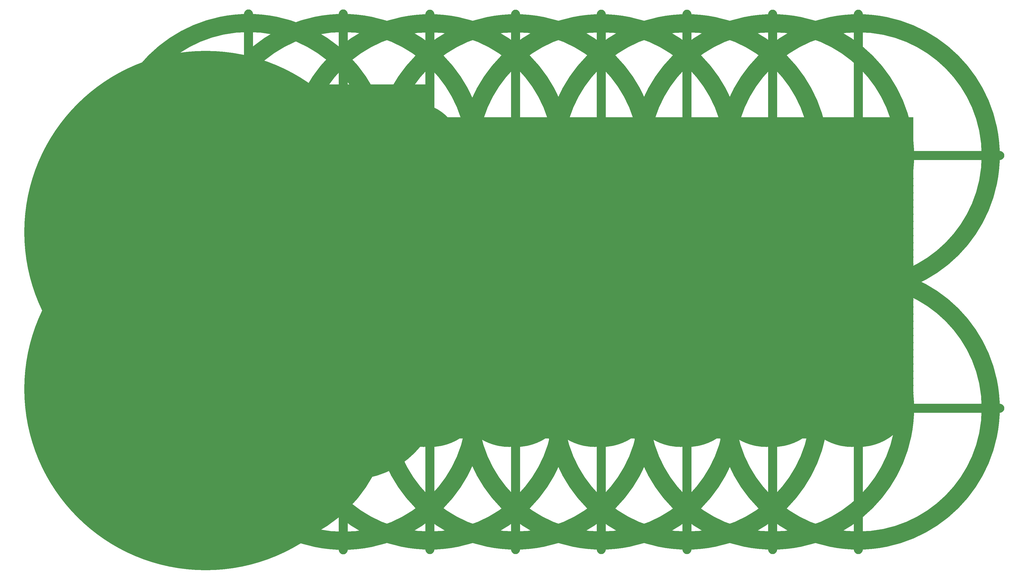
<source format=gbl>
G04*
G04  File:            F_D_P7.GBL, Mon Sep 09 10:52:44 2002*
G04  Source:          ACCEL Tango PCB, Version 13.01.33, (f_d_p7.pcb)*
G04  Format:          Gerber Format (RS-274-D), ASCII*
G04*
G04  Format Options:  Absolute Positioning*
G04                   Leading-Zero Suppression*
G04                   Scale Factor 1:1*
G04                   NO Circular Interpolation*
G04                   Millimeter Units*
G04                   Numeric Format: 4.4 (XXXX.XXXX)*
G04                   G54 NOT Used for Aperture Change*
G04                   Apertures Embedded*
G04*
G04  File Options:    Offset = (0.00mm,0.00mm)*
G04                   Drill Symbol Size = 2.03mm*
G04                   Pad/Via Holes*
G04*
G04  File Contents:   Pads*
G04                   Vias*
G04                   No Designators*
G04                   No Types*
G04                   No Values*
G04                   No Drill Symbols*
G04                   Bottom*
G04*
G04  Aperture MACROs for general use --- invoked via D-code assignment *
G04*
G04  General MACRO for flashed round with rotation and/or offset hole *
%AMROTOFFROUND*
1,1,$1,0.0000,0.0000*
1,0,$2,$3,$4*%
G04*
G04  General MACRO for flashed oval (obround) with rotation and/or offset hole *
%AMROTOFFOVAL*
21,1,$1,$2,0.0000,0.0000,$3*
1,1,$4,$5,$6*
1,1,$4,0-$5,0-$6*
1,0,$7,$8,$9*%
G04*
G04  General MACRO for flashed rectangle with rotation and/or offset hole *
%AMROTOFFRECT*
21,1,$1,$2,0.0000,0.0000,$3*
1,0,$4,$5,$6*%
G04*
G04  General MACRO for flashed rounded-rectangle *
%AMROUNDRECT*
21,1,$1,$2-$4,0.0000,0.0000,$3*
21,1,$1-$4,$2,0.0000,0.0000,$3*
1,1,$4,$5,$6*
1,1,$4,$7,$8*
1,1,$4,0-$5,0-$6*
1,1,$4,0-$7,0-$8*
1,0,$9,$10,$11*%
G04*
G04  General MACRO for flashed regular polygon *
%AMREGPOLY*
5,1,$1,0.0000,0.0000,$2,($3+$4)*
1,0,$5,$6,$7*%
G04  D10 : "Ellipse X0.25mm Y0.25mm H0.00mm 0.0deg (0.00mm,0.00mm) Draw"*
G04  Disc: OuterDia=0.2540*
%ADD10C, 0.2540 X0.0000*%
G04  D11 : "Ellipse X0.30mm Y0.30mm H0.00mm 0.0deg (0.00mm,0.00mm) Draw"*
G04  Disc: OuterDia=0.3000*
%ADD11C, 0.3000 X0.0000*%
G04  D12 : "Ellipse X0.38mm Y0.38mm H0.00mm 0.0deg (0.00mm,0.00mm) Draw"*
G04  Disc: OuterDia=0.3810*
%ADD12C, 0.3810 X0.0000*%
G04  D13 : "Ellipse X0.60mm Y0.60mm H0.00mm 0.0deg (0.00mm,0.00mm) Draw"*
G04  Disc: OuterDia=0.6000*
%ADD13C, 0.6000 X0.0000*%
G04  D14 : "Ellipse X0.64mm Y0.64mm H0.00mm 0.0deg (0.00mm,0.00mm) Draw"*
G04  Disc: OuterDia=0.6350*
%ADD14C, 0.6350 X0.0000*%
G04  D15 : "Ellipse X1.20mm Y1.20mm H0.00mm 0.0deg (0.00mm,0.00mm) Draw"*
G04  Disc: OuterDia=1.2000*
%ADD15C, 1.2000 X0.0000*%
G04  D16 : "Ellipse X1.22mm Y1.22mm H0.00mm 0.0deg (0.00mm,0.00mm) Draw"*
G04  Disc: OuterDia=1.2200*
%ADD16C, 1.2200 X0.0000*%
G04  D17 : "Ellipse X0.25mm Y0.25mm H0.00mm 0.0deg (0.00mm,0.00mm) Draw"*
G04  Disc: OuterDia=0.2500*
%ADD17C, 0.2500 X0.0000*%
G04  D18 : "Ellipse X2.54mm Y2.54mm H0.00mm 0.0deg (0.00mm,0.00mm) Flash"*
G04  Disc: OuterDia=2.5400*
%ADD18C, 2.5400 X0.0000*%
G04  D19 : "Ellipse X2.92mm Y2.92mm H0.00mm 0.0deg (0.00mm,0.00mm) Flash"*
G04  Disc: OuterDia=2.9210*
%ADD19C, 2.9210 X0.0000*%
G04  D20 : "Ellipse X5.08mm Y5.08mm H0.00mm 0.0deg (0.00mm,0.00mm) Flash"*
G04  Disc: OuterDia=5.0800*
%ADD20C, 5.0800 X0.0000*%
G04  D21 : "Ellipse X5.46mm Y5.46mm H0.00mm 0.0deg (0.00mm,0.00mm) Flash"*
G04  Disc: OuterDia=5.4610*
%ADD21C, 5.4610 X0.0000*%
G04  D22 : "Ellipse X1.52mm Y1.52mm H0.00mm 0.0deg (0.00mm,0.00mm) Flash"*
G04  Disc: OuterDia=1.5240*
%ADD22C, 1.5240 X0.0000*%
G04  D23 : "Ellipse X1.91mm Y1.91mm H0.00mm 0.0deg (0.00mm,0.00mm) Flash"*
G04  Disc: OuterDia=1.9050*
%ADD23C, 1.9050 X0.0000*%
G04  D24 : "Mounting Hole X3.96mm Y3.96mm H0.00mm 0.0deg (0.00mm,0.00mm) Flash"*
G04  Mounting Hole: Diameter=3.9624, Rotation=0.0000, LineWidth=0.1270 *
%AMMTHOLED24*
1,1,3.9624,0,0*
1,0,3.4544,0,0*
6,0,0,3.9624,0.1270,0,0,0.1270,3.9624,0.0000*%
%ADD24MTHOLED24*%
G04  D25 : "Rectangle X2.54mm Y2.54mm H0.00mm 0.0deg (0.00mm,0.00mm) Flash"*
G04  Square: Side=2.5400, Rotation=0.0, OffsetX=0.0000, OffsetY=0.0000, HoleDia=0.0000*
%ADD25R, 2.5400 X2.5400 X0.0000*%
G04  D26 : "Rectangle X2.92mm Y2.92mm H0.00mm 0.0deg (0.00mm,0.00mm) Flash"*
G04  Square: Side=2.9210, Rotation=0.0, OffsetX=0.0000, OffsetY=0.0000, HoleDia=0.0000*
%ADD26R, 2.9210 X2.9210 X0.0000*%
G04  D27 : "Rectangle X1.52mm Y1.52mm H0.00mm 0.0deg (0.00mm,0.00mm) Flash"*
G04  Square: Side=1.5240, Rotation=0.0, OffsetX=0.0000, OffsetY=0.0000, HoleDia=0.0000*
%ADD27R, 1.5240 X1.5240 X0.0000*%
G04  D28 : "Rectangle X1.91mm Y1.91mm H0.00mm 0.0deg (0.00mm,0.00mm) Flash"*
G04  Square: Side=1.9050, Rotation=0.0, OffsetX=0.0000, OffsetY=0.0000, HoleDia=0.0000*
%ADD28R, 1.9050 X1.9050 X0.0000*%
G04  D29 : "Ellipse X1.02mm Y1.02mm H0.00mm 0.0deg (0.00mm,0.00mm) Flash"*
G04  Disc: OuterDia=1.0160*
%ADD29C, 1.0160 X0.0000*%
G04  D30 : "Ellipse X1.40mm Y1.40mm H0.00mm 0.0deg (0.00mm,0.00mm) Flash"*
G04  Disc: OuterDia=1.3970*
%ADD30C, 1.3970 X0.0000*%
%ICAS*%
%FSLAX44Y44*%
%SFA1B1*%
%INF_D_P7.GBL*%
%OFA0.00B0.00*%
%MOMM*%
G71*
G90*
G01*
D2*
%LNBottom*%
D15*
X177800Y901700*
Y615950D1*
X215900Y609600D2*
X184150D1*
X177800Y615950*
X234950Y635000D2*
X215900Y609600D1*
X292100Y635000D2*
X234950D1*
X311150Y609600D2*
X292100Y635000D1*
X311150Y609600D2*
X552450D1*
X596900Y635000D2*
X603250Y660400D1*
X527050Y635000D2*
X596900D1*
X508000Y660400D2*
X527050Y635000D1*
X552450Y558800D2*
X603250D1*
X266700D2*
X552450D1*
X215900D2*
X266700D1*
D2*
D16*
X146050*
X215900D1*
D2*
D15*
X552450Y508000*
X603250D1*
X266700D2*
X552450D1*
X215900D2*
X266700D1*
D2*
D16*
X101600*
X215900D1*
D2*
D15*
X552450Y457200*
X603250D1*
X266700D2*
X552450D1*
X215900D2*
X266700D1*
D2*
D16*
X139700*
X215900D1*
D2*
D15*
X552450Y406400*
X603250D1*
X266700D2*
X552450D1*
X215900D2*
X266700D1*
D2*
D16*
X101600*
X215900D1*
D2*
D15*
X552450Y355600*
X603250D1*
X266700D2*
X552450D1*
X215900D2*
X266700D1*
D2*
D16*
X139700*
X215900D1*
D2*
D15*
X552450Y304800*
X603250D1*
X266700D2*
X552450D1*
X215900D2*
X266700D1*
D2*
D16*
X101600*
X215900D1*
D2*
D15*
X552450Y254000*
X603250D1*
X266700D2*
X552450D1*
X215900D2*
X266700D1*
D2*
D16*
X139700*
X215900D1*
D2*
D15*
X552450Y203200*
X603250D1*
X266700D2*
X552450D1*
X215900D2*
X266700D1*
D2*
D16*
X101600*
X215900D1*
D2*
D15*
X552450Y152400*
X603250D1*
X266700D2*
X552450D1*
X215900D2*
X266700D1*
X209550D2*
X215900D1*
D2*
D16*
X139700*
X215900D1*
D2*
D15*
X596900Y584200*
X603250Y609600D1*
X527050Y584200D2*
X596900D1*
X508000D2*
X527050D1*
X266700D2*
X508000D1*
X266700D2*
Y609600D1*
Y584200D2*
Y609600D1*
X184150Y584200D2*
X266700D1*
D2*
D16*
X95250Y660400*
X184150Y584200D1*
D2*
D15*
X266700Y101600*
X552450D1*
X603250D2*
X552450D1*
X215900D2*
X266700D1*
X95250D2*
X209550D1*
D2*
D14*
X113066Y77433*
X88900Y67423D1*
X64733Y77433*
X54723Y101600*
X64733Y125766*
X88900Y135776*
X113066Y125766*
X117617Y114778*
X194710*
X194229Y139113*
X154626*
X154146Y137953*
X139700Y131969*
X125253Y137953*
X119269Y152400*
X125253Y166846*
X139700Y172830*
X154146Y166846*
X154626Y165686*
X193705*
X193227Y189913*
X116526*
X116046Y188753*
X101600Y182769*
X87153Y188753*
X81169Y203200*
X87153Y217646*
X101600Y223630*
X116046Y217646*
X116526Y216486*
X192702*
X192224Y240713*
X154626*
X154146Y239553*
X139700Y233569*
X125253Y239553*
X119269Y254000*
X125253Y268446*
X139700Y274430*
X154146Y268446*
X154626Y267286*
X191699*
X191221Y291513*
X116526*
X116046Y290353*
X101600Y284369*
X87153Y290353*
X81169Y304800*
X87153Y319246*
X101600Y325230*
X116046Y319246*
X116526Y318086*
X190697*
X190219Y342313*
X154626*
X154146Y341153*
X139700Y335169*
X125253Y341153*
X119269Y355600*
X125253Y370046*
X139700Y376030*
X154146Y370046*
X154626Y368886*
X189694*
X189216Y393113*
X116526*
X116046Y391953*
X101600Y385969*
X87153Y391953*
X81169Y406400*
X87153Y420846*
X101600Y426830*
X116046Y420846*
X116526Y419686*
X188692*
X188213Y443913*
X154626*
X154146Y442753*
X139700Y436769*
X125253Y442753*
X119269Y457200*
X125253Y471646*
X139700Y477630*
X154146Y471646*
X154626Y470486*
X187689*
X187211Y494713*
X116526*
X116046Y493553*
X101600Y487569*
X87153Y493553*
X81169Y508000*
X87153Y522446*
X101600Y528430*
X116046Y522446*
X116526Y521286*
X186686*
X186208Y545513*
X160976*
X160496Y544353*
X146050Y538369*
X131603Y544353*
X125619Y558800*
X131603Y573246*
X146050Y579230*
X160496Y573246*
X160976Y572086*
X181580*
X181127Y572273*
X175503Y574112*
X106298Y633430*
X88900Y626223*
X64733Y636233*
X54723Y660400*
X64733Y684566*
X88900Y694576*
X113066Y684566*
X123076Y660400*
X121134Y655712*
X185116Y600871*
X177800Y971550*
X6350*
Y6350*
X196850*
X195230Y88421*
X117617*
X113066Y77433*
X6350Y6350D2*
X196850D1*
X6350Y11112D2*
X196756D1*
X6350Y15875D2*
X196662D1*
X6350Y20637D2*
X196568D1*
X6350Y25400D2*
X196474D1*
X6350Y30162D2*
X196380D1*
X6350Y34925D2*
X196286D1*
X6350Y39687D2*
X196192D1*
X6350Y44450D2*
X196098D1*
X6350Y49212D2*
X196004D1*
X6350Y53975D2*
X195910D1*
X6350Y58737D2*
X195816D1*
X6350Y63500D2*
X195722D1*
X6350Y68262D2*
X86874D1*
X90925D2*
X195628D1*
X6350Y73025D2*
X75376D1*
X102423D2*
X195534D1*
X6350Y77787D2*
X64587D1*
X113212D2*
X195440D1*
X6350Y82550D2*
X62614D1*
X115185D2*
X195346D1*
X6350Y87312D2*
X60641D1*
X117158D2*
X195252D1*
X6350Y92075D2*
X58668D1*
X6350Y96837D2*
X56696D1*
X6350Y101600D2*
X54723D1*
X6350Y106362D2*
X56696D1*
X6350Y111125D2*
X58668D1*
X6350Y115887D2*
X60641D1*
X117158D2*
X194688D1*
X6350Y120650D2*
X62614D1*
X115185D2*
X194594D1*
X6350Y125412D2*
X64587D1*
X113212D2*
X194500D1*
X6350Y130175D2*
X75376D1*
X102423D2*
X194406D1*
X6350Y134937D2*
X86874D1*
X90925D2*
X132535D1*
X146864D2*
X194312D1*
X6350Y139700D2*
X124530D1*
X6350Y144462D2*
X122557D1*
X6350Y149225D2*
X120585D1*
X6350Y153987D2*
X119927D1*
X6350Y158750D2*
X121900D1*
X6350Y163512D2*
X123872D1*
X6350Y168275D2*
X128702D1*
X150697D2*
X193654D1*
X6350Y173037D2*
X193560D1*
X6350Y177800D2*
X193466D1*
X6350Y182562D2*
X193372D1*
X6350Y187325D2*
X90602D1*
X112597D2*
X193278D1*
X6350Y192087D2*
X85772D1*
X6350Y196850D2*
X83800D1*
X6350Y201612D2*
X81827D1*
X6350Y206375D2*
X82485D1*
X6350Y211137D2*
X84457D1*
X6350Y215900D2*
X86430D1*
X6350Y220662D2*
X94435D1*
X108764D2*
X192620D1*
X6350Y225425D2*
X192526D1*
X6350Y230187D2*
X192432D1*
X6350Y234950D2*
X136368D1*
X143031D2*
X192338D1*
X6350Y239712D2*
X125187D1*
X154212D2*
X192244D1*
X6350Y244475D2*
X123215D1*
X6350Y249237D2*
X121242D1*
X6350Y254000D2*
X119269D1*
X6350Y258762D2*
X121242D1*
X6350Y263525D2*
X123215D1*
X6350Y268287D2*
X125187D1*
X154212D2*
X191680D1*
X6350Y273050D2*
X136368D1*
X143031D2*
X191586D1*
X6350Y277812D2*
X191492D1*
X6350Y282575D2*
X191398D1*
X6350Y287337D2*
X94435D1*
X108764D2*
X191304D1*
X6350Y292100D2*
X86430D1*
X6350Y296862D2*
X84457D1*
X6350Y301625D2*
X82485D1*
X6350Y306387D2*
X81827D1*
X6350Y311150D2*
X83800D1*
X6350Y315912D2*
X85772D1*
X6350Y320675D2*
X90602D1*
X112597D2*
X190646D1*
X6350Y325437D2*
X190552D1*
X6350Y330200D2*
X190458D1*
X6350Y334962D2*
X190364D1*
X6350Y339725D2*
X128702D1*
X150697D2*
X190270D1*
X6350Y344487D2*
X123872D1*
X6350Y349250D2*
X121900D1*
X6350Y354012D2*
X119927D1*
X6350Y358775D2*
X120585D1*
X6350Y363537D2*
X122557D1*
X6350Y368300D2*
X124530D1*
X6350Y373062D2*
X132535D1*
X146864D2*
X189612D1*
X6350Y377825D2*
X189518D1*
X6350Y382587D2*
X189424D1*
X6350Y387350D2*
X98268D1*
X104931D2*
X189330D1*
X6350Y392112D2*
X87087D1*
X116112D2*
X189236D1*
X6350Y396875D2*
X85115D1*
X6350Y401637D2*
X83142D1*
X6350Y406400D2*
X81169D1*
X6350Y411162D2*
X83142D1*
X6350Y415925D2*
X85115D1*
X6350Y420687D2*
X87087D1*
X116112D2*
X188672D1*
X6350Y425450D2*
X98268D1*
X104931D2*
X188578D1*
X6350Y430212D2*
X188484D1*
X6350Y434975D2*
X188390D1*
X6350Y439737D2*
X132535D1*
X146864D2*
X188296D1*
X6350Y444500D2*
X124530D1*
X6350Y449262D2*
X122557D1*
X6350Y454025D2*
X120585D1*
X6350Y458787D2*
X119927D1*
X6350Y463550D2*
X121900D1*
X6350Y468312D2*
X123872D1*
X6350Y473075D2*
X128702D1*
X150697D2*
X187638D1*
X6350Y477837D2*
X187544D1*
X6350Y482600D2*
X187450D1*
X6350Y487362D2*
X187356D1*
X6350Y492125D2*
X90602D1*
X112597D2*
X187262D1*
X6350Y496887D2*
X85772D1*
X6350Y501650D2*
X83800D1*
X6350Y506412D2*
X81827D1*
X6350Y511175D2*
X82485D1*
X6350Y515937D2*
X84457D1*
X6350Y520700D2*
X86430D1*
X6350Y525462D2*
X94435D1*
X108764D2*
X186604D1*
X6350Y530225D2*
X186510D1*
X6350Y534987D2*
X186416D1*
X6350Y539750D2*
X142718D1*
X149381D2*
X186322D1*
X6350Y544512D2*
X131537D1*
X160562D2*
X186228D1*
X6350Y549275D2*
X129565D1*
X6350Y554037D2*
X127592D1*
X6350Y558800D2*
X125619D1*
X6350Y563562D2*
X127592D1*
X6350Y568325D2*
X129565D1*
X6350Y573087D2*
X131537D1*
X160562D2*
X178638D1*
X6350Y577850D2*
X142718D1*
X149381D2*
X171142D1*
X6350Y582612D2*
X165586D1*
X6350Y587375D2*
X160030D1*
X6350Y592137D2*
X154473D1*
X6350Y596900D2*
X148917D1*
X6350Y601662D2*
X143361D1*
X184192D2*
X185100D1*
X6350Y606425D2*
X137805D1*
X178636D2*
X185006D1*
X6350Y611187D2*
X132248D1*
X173080D2*
X184912D1*
X6350Y615950D2*
X126692D1*
X167524D2*
X184818D1*
X6350Y620712D2*
X121136D1*
X161967D2*
X184724D1*
X6350Y625475D2*
X115580D1*
X156411D2*
X184630D1*
X6350Y630237D2*
X79209D1*
X98590D2*
X110023D1*
X150855D2*
X184536D1*
X6350Y635000D2*
X67711D1*
X145299D2*
X184442D1*
X6350Y639762D2*
X63271D1*
X139742D2*
X184348D1*
X6350Y644525D2*
X61299D1*
X134186D2*
X184254D1*
X6350Y649287D2*
X59326D1*
X128630D2*
X184160D1*
X6350Y654050D2*
X57353D1*
X123074D2*
X184066D1*
X6350Y658812D2*
X55381D1*
X122418D2*
X183972D1*
X6350Y663575D2*
X56038D1*
X121761D2*
X183878D1*
X6350Y668337D2*
X58011D1*
X119788D2*
X183784D1*
X6350Y673100D2*
X59984D1*
X117815D2*
X183690D1*
X6350Y677862D2*
X61956D1*
X115843D2*
X183596D1*
X6350Y682625D2*
X63929D1*
X113870D2*
X183502D1*
X6350Y687387D2*
X71544D1*
X106255D2*
X183408D1*
X6350Y692150D2*
X83041D1*
X94758D2*
X183314D1*
X6350Y696912D2*
X183220D1*
X6350Y701675D2*
X183126D1*
X6350Y706437D2*
X183032D1*
X6350Y711200D2*
X182938D1*
X6350Y715962D2*
X182844D1*
X6350Y720725D2*
X182750D1*
X6350Y725487D2*
X182656D1*
X6350Y730250D2*
X182562D1*
X6350Y735012D2*
X182468D1*
X6350Y739775D2*
X182374D1*
X6350Y744537D2*
X182280D1*
X6350Y749300D2*
X182186D1*
X6350Y754062D2*
X182092D1*
X6350Y758825D2*
X181998D1*
X6350Y763587D2*
X181904D1*
X6350Y768350D2*
X181810D1*
X6350Y773112D2*
X181716D1*
X6350Y777875D2*
X181622D1*
X6350Y782637D2*
X181528D1*
X6350Y787400D2*
X181434D1*
X6350Y792162D2*
X181340D1*
X6350Y796925D2*
X181246D1*
X6350Y801687D2*
X181152D1*
X6350Y806450D2*
X181058D1*
X6350Y811212D2*
X180964D1*
X6350Y815975D2*
X180870D1*
X6350Y820737D2*
X180776D1*
X6350Y825500D2*
X180682D1*
X6350Y830262D2*
X180588D1*
X6350Y835025D2*
X180494D1*
X6350Y839787D2*
X180400D1*
X6350Y844550D2*
X180306D1*
X6350Y849312D2*
X180212D1*
X6350Y854075D2*
X180118D1*
X6350Y858837D2*
X180024D1*
X6350Y863600D2*
X179930D1*
X6350Y868362D2*
X179836D1*
X6350Y873125D2*
X179742D1*
X6350Y877887D2*
X179648D1*
X6350Y882650D2*
X179554D1*
X6350Y887412D2*
X179460D1*
X6350Y892175D2*
X179366D1*
X6350Y896937D2*
X179272D1*
X6350Y901700D2*
X179178D1*
X6350Y906462D2*
X179084D1*
X6350Y911225D2*
X178990D1*
X6350Y915987D2*
X178896D1*
X6350Y920750D2*
X178802D1*
X6350Y925512D2*
X178708D1*
X6350Y930275D2*
X178614D1*
X6350Y935037D2*
X178520D1*
X6350Y939800D2*
X178426D1*
X6350Y944562D2*
X178332D1*
X6350Y949325D2*
X178238D1*
X6350Y954087D2*
X178144D1*
X6350Y958850D2*
X178050D1*
X6350Y963612D2*
X177956D1*
X6350Y968375D2*
X177862D1*
D2*
D12*
D14*
X261189Y51639*
X269428Y31750D1*
X261189Y11860*
X247886Y6350*
X571263*
X557960Y11860*
X549721Y31750*
X557960Y51639*
X577850Y59878*
X597739Y51639*
X605978Y31750*
X597739Y11860*
X584436Y6350*
X881818*
X866062Y12876*
X857823Y32766*
X866062Y52655*
X885952Y60894*
X905841Y52655*
X914080Y32766*
X905841Y12876*
X890085Y6350*
X1186618*
X1170862Y12876*
X1162623Y32766*
X1170862Y52655*
X1190752Y60894*
X1210641Y52655*
X1218880Y32766*
X1210641Y12876*
X1194885Y6350*
X1491418*
X1475662Y12876*
X1467423Y32766*
X1475662Y52655*
X1495552Y60894*
X1515441Y52655*
X1523680Y32766*
X1515441Y12876*
X1499685Y6350*
X1796218*
X1780462Y12876*
X1772223Y32766*
X1780462Y52655*
X1800352Y60894*
X1820241Y52655*
X1828480Y32766*
X1820241Y12876*
X1804485Y6350*
X2101018*
X2085262Y12876*
X2077023Y32766*
X2085262Y52655*
X2105152Y60894*
X2125041Y52655*
X2133280Y32766*
X2125041Y12876*
X2109285Y6350*
X2405818*
X2390062Y12876*
X2381823Y32766*
X2390062Y52655*
X2409952Y60894*
X2429841Y52655*
X2438080Y32766*
X2429841Y12876*
X2414085Y6350*
X2482850*
Y107950*
X2425235Y107790*
X2423558Y103741*
X2418387Y101600*
X2423558Y99458*
X2427931Y88900*
X2423558Y78341*
X2413000Y73968*
X2402441Y78341*
X2400300Y83512*
X2398158Y78341*
X2387600Y73968*
X2377041Y78341*
X2372668Y88900*
X2377041Y99458*
X2382212Y101600*
X2377041Y103741*
X2375421Y107653*
X2120086Y106947*
X2118758Y103741*
X2113587Y101600*
X2118758Y99458*
X2123131Y88900*
X2118758Y78341*
X2108200Y73968*
X2097641Y78341*
X2095500Y83512*
X2093358Y78341*
X2082800Y73968*
X2072241Y78341*
X2067868Y88900*
X2072241Y99458*
X2077412Y101600*
X2072241Y103741*
X2070970Y106812*
X1814937Y106104*
X1813958Y103741*
X1808787Y101600*
X1813958Y99458*
X1818331Y88900*
X1813958Y78341*
X1803400Y73968*
X1792841Y78341*
X1790700Y83512*
X1788558Y78341*
X1778000Y73968*
X1767441Y78341*
X1763068Y88900*
X1767441Y99458*
X1772612Y101600*
X1767441Y103741*
X1766518Y105971*
X1509787Y105262*
X1509158Y103741*
X1503987Y101600*
X1509158Y99458*
X1513531Y88900*
X1509158Y78341*
X1498600Y73968*
X1488041Y78341*
X1485900Y83512*
X1483758Y78341*
X1473200Y73968*
X1462641Y78341*
X1458268Y88900*
X1462641Y99458*
X1467812Y101600*
X1462641Y103741*
X1462066Y105130*
X1204638Y104419*
X1204358Y103741*
X1199187Y101600*
X1204358Y99458*
X1208731Y88900*
X1204358Y78341*
X1193800Y73968*
X1183241Y78341*
X1181100Y83512*
X1178958Y78341*
X1168400Y73968*
X1157841Y78341*
X1153468Y88900*
X1157841Y99458*
X1163012Y101600*
X1157841Y103741*
X1157615Y104289*
X899155Y103575*
X894387Y101600*
X899558Y99458*
X903931Y88900*
X899558Y78341*
X889000Y73968*
X878441Y78341*
X876300Y83512*
X874158Y78341*
X863600Y73968*
X853041Y78341*
X848668Y88900*
X853041Y99458*
X858212Y101600*
X853746Y103449*
X623177Y102812*
X623680Y101600*
X617696Y87153*
X603250Y81169*
X588803Y87153*
X588278Y88421*
X567421*
X566896Y87153*
X552450Y81169*
X538003Y87153*
X537478Y88421*
X281671*
X281146Y87153*
X266700Y81169*
X252253Y87153*
X251728Y88421*
X230871*
X230346Y87153*
X215900Y81169*
X201453Y87153*
X200928Y88421*
X184150*
Y6350*
X234713*
X221410Y11860*
X213171Y31750*
X221410Y51639*
X241300Y59878*
X261189Y51639*
X184150Y6350D2*
X234713D1*
X247886D2*
X571263D1*
X584436D2*
X881818D1*
X890085D2*
X1186618D1*
X1194885D2*
X1491418D1*
X1499685D2*
X1796218D1*
X1804485D2*
X2101018D1*
X2109285D2*
X2405818D1*
X2414085D2*
X2482850D1*
X184150Y11112D2*
X223216D1*
X259383D2*
X559766D1*
X595933D2*
X870320D1*
X901583D2*
X1175120D1*
X1206383D2*
X1479920D1*
X1511183D2*
X1784720D1*
X1815983D2*
X2089520D1*
X2120783D2*
X2394320D1*
X2425583D2*
X2482850D1*
X184150Y15875D2*
X219747D1*
X262852D2*
X556297D1*
X599402D2*
X864820D1*
X907083D2*
X1169620D1*
X1211883D2*
X1474420D1*
X1516683D2*
X1779220D1*
X1821483D2*
X2084020D1*
X2126283D2*
X2388820D1*
X2431083D2*
X2482850D1*
X184150Y20637D2*
X217774D1*
X264825D2*
X554324D1*
X601375D2*
X862847D1*
X909056D2*
X1167647D1*
X1213856D2*
X1472447D1*
X1518656D2*
X1777247D1*
X1823456D2*
X2082047D1*
X2128256D2*
X2386847D1*
X2433056D2*
X2482850D1*
X184150Y25400D2*
X215802D1*
X266797D2*
X552352D1*
X603347D2*
X860874D1*
X911029D2*
X1165674D1*
X1215829D2*
X1470474D1*
X1520629D2*
X1775274D1*
X1825429D2*
X2080074D1*
X2130229D2*
X2384874D1*
X2435029D2*
X2482850D1*
X184150Y30162D2*
X213829D1*
X268770D2*
X550379D1*
X605320D2*
X858902D1*
X913001D2*
X1163702D1*
X1217801D2*
X1468502D1*
X1522601D2*
X1773302D1*
X1827401D2*
X2078102D1*
X2132201D2*
X2382902D1*
X2437001D2*
X2482850D1*
X184150Y34925D2*
X214487D1*
X268112D2*
X551037D1*
X604662D2*
X858718D1*
X913185D2*
X1163518D1*
X1217985D2*
X1468318D1*
X1522785D2*
X1773118D1*
X1827585D2*
X2077918D1*
X2132385D2*
X2382718D1*
X2437185D2*
X2482850D1*
X184150Y39687D2*
X216459D1*
X266140D2*
X553009D1*
X602690D2*
X860690D1*
X911213D2*
X1165490D1*
X1216013D2*
X1470290D1*
X1520813D2*
X1775090D1*
X1825613D2*
X2079890D1*
X2130413D2*
X2384690D1*
X2435213D2*
X2482850D1*
X184150Y44450D2*
X218432D1*
X264167D2*
X554982D1*
X600717D2*
X862663D1*
X909240D2*
X1167463D1*
X1214040D2*
X1472263D1*
X1518840D2*
X1777063D1*
X1823640D2*
X2081863D1*
X2128440D2*
X2386663D1*
X2433240D2*
X2482850D1*
X184150Y49212D2*
X220405D1*
X262194D2*
X556955D1*
X598744D2*
X864636D1*
X907267D2*
X1169436D1*
X1212067D2*
X1474236D1*
X1516867D2*
X1779036D1*
X1821667D2*
X2083836D1*
X2126467D2*
X2388636D1*
X2431267D2*
X2482850D1*
X184150Y53975D2*
X227048D1*
X255551D2*
X563598D1*
X592101D2*
X869247D1*
X902656D2*
X1174047D1*
X1207456D2*
X1478847D1*
X1512256D2*
X1783647D1*
X1817056D2*
X2088447D1*
X2121856D2*
X2393247D1*
X2426656D2*
X2482850D1*
X184150Y58737D2*
X238546D1*
X244053D2*
X575096D1*
X580603D2*
X880745D1*
X891158D2*
X1185545D1*
X1195958D2*
X1490345D1*
X1500758D2*
X1795145D1*
X1805558D2*
X2099945D1*
X2110358D2*
X2404745D1*
X2415158D2*
X2482850D1*
X184150Y63500D2*
X2482850D1*
X184150Y68262D2*
X2482850D1*
X184150Y73025D2*
X2482850D1*
X184150Y77787D2*
X854379D1*
X872820D2*
X879779D1*
X898220D2*
X1159179D1*
X1177620D2*
X1184579D1*
X1203020D2*
X1463979D1*
X1482420D2*
X1489379D1*
X1507820D2*
X1768779D1*
X1787220D2*
X1794179D1*
X1812620D2*
X2073579D1*
X2092020D2*
X2098979D1*
X2117420D2*
X2378379D1*
X2396820D2*
X2403779D1*
X2422220D2*
X2482850D1*
X184150Y82550D2*
X212568D1*
X219231D2*
X263368D1*
X270031D2*
X549118D1*
X555781D2*
X599918D1*
X606581D2*
X851298D1*
X875901D2*
X876698D1*
X901301D2*
X1156098D1*
X1180701D2*
X1181498D1*
X1206101D2*
X1460898D1*
X1485501D2*
X1486298D1*
X1510901D2*
X1765698D1*
X1790301D2*
X1791098D1*
X1815701D2*
X2070498D1*
X2095101D2*
X2095898D1*
X2120501D2*
X2375298D1*
X2399901D2*
X2400698D1*
X2425301D2*
X2482850D1*
X184150Y87312D2*
X201387D1*
X230412D2*
X252187D1*
X281212D2*
X537937D1*
X566962D2*
X588737D1*
X617762D2*
X849325D1*
X903274D2*
X1154125D1*
X1208074D2*
X1458925D1*
X1512874D2*
X1763725D1*
X1817674D2*
X2068525D1*
X2122474D2*
X2373325D1*
X2427274D2*
X2482850D1*
X619734Y92075D2*
X849983D1*
X902616D2*
X1154783D1*
X1207416D2*
X1459583D1*
X1512216D2*
X1764383D1*
X1817016D2*
X2069183D1*
X2121816D2*
X2373983D1*
X2426616D2*
X2482850D1*
X621707Y96837D2*
X851956D1*
X900643D2*
X1156756D1*
X1205443D2*
X1461556D1*
X1510243D2*
X1766356D1*
X1815043D2*
X2071156D1*
X2119843D2*
X2375956D1*
X2424643D2*
X2482850D1*
X623680Y101600D2*
X858212D1*
X894387D2*
X1163012D1*
X1199187D2*
X1467812D1*
X1503987D2*
X1772612D1*
X1808787D2*
X2077412D1*
X2113587D2*
X2382212D1*
X2418387D2*
X2482850D1*
X1908184Y106362D2*
X2071156D1*
X2119843D2*
X2375956D1*
X2424643D2*
X2482850D1*
D2*
D12*
X859790Y92710*
X853041Y99458D1*
X859790Y85090D2*
X853041Y78341D1*
X867410Y85090D2*
X874158Y78341D1*
X885190Y85090D2*
X878441Y78341D1*
X892810Y85090D2*
X899558Y78341D1*
X892810Y92710D2*
X899558Y99458D1*
X1164590Y92710D2*
X1157841Y99458D1*
X1164590Y85090D2*
X1157841Y78341D1*
X1172210Y85090D2*
X1178958Y78341D1*
X1189990Y85090D2*
X1183241Y78341D1*
X1197610Y85090D2*
X1204358Y78341D1*
X1197610Y92710D2*
X1204358Y99458D1*
X1469390Y92710D2*
X1462641Y99458D1*
X1469390Y85090D2*
X1462641Y78341D1*
X1477010Y85090D2*
X1483758Y78341D1*
X1494790Y85090D2*
X1488041Y78341D1*
X1502410Y85090D2*
X1509158Y78341D1*
X1502410Y92710D2*
X1509158Y99458D1*
X1774190Y92710D2*
X1767441Y99458D1*
X1774190Y85090D2*
X1767441Y78341D1*
X1781810Y85090D2*
X1788558Y78341D1*
X1799590Y85090D2*
X1792841Y78341D1*
X1807210Y85090D2*
X1813958Y78341D1*
X1807210Y92710D2*
X1813958Y99458D1*
X2078990Y92710D2*
X2072241Y99458D1*
X2078990Y85090D2*
X2072241Y78341D1*
X2086610Y85090D2*
X2093358Y78341D1*
X2104390Y85090D2*
X2097641Y78341D1*
X2112010Y85090D2*
X2118758Y78341D1*
X2112010Y92710D2*
X2118758Y99458D1*
X2383790Y92710D2*
X2377041Y99458D1*
X2383790Y85090D2*
X2377041Y78341D1*
X2391410Y85090D2*
X2398158Y78341D1*
X2409190Y85090D2*
X2402441Y78341D1*
X2416810Y85090D2*
X2423558Y78341D1*
X2416810Y92710D2*
X2423558Y99458D1*
D2*
D14*
X2373296Y869690*
Y883920D1*
X2375253Y888646*
X2379980Y890603*
X2395220*
X2399946Y888646*
X2400300Y887791*
X2400653Y888646*
X2405380Y890603*
X2420620*
X2425346Y888646*
X2427303Y883920*
Y870265*
X2489200Y971550*
X139700*
X146050Y882650*
X200914Y882037*
X203200Y882983*
X210858*
X216813Y894893*
X218451Y896314*
X219281Y898318*
X222115Y899492*
X224432Y901501*
X226596Y901348*
X228600Y902178*
X546100*
X549275Y900863*
X552450Y902178*
X787400*
X796718Y898318*
X800578Y889000*
X796718Y879681*
X789708Y876778*
X812800*
X814053Y876258*
X815384Y876522*
X817435Y875148*
X849296Y874792*
Y883920*
X851253Y888646*
X855980Y890603*
X871220*
X875946Y888646*
X876300Y887791*
X876653Y888646*
X881380Y890603*
X896620*
X901346Y888646*
X903303Y883920*
Y874189*
X1154096Y871386*
Y883920*
X1156053Y888646*
X1160780Y890603*
X1176020*
X1180746Y888646*
X1181100Y887791*
X1181453Y888646*
X1186180Y890603*
X1201420*
X1206146Y888646*
X1208103Y883920*
Y870783*
X1457205Y868000*
X1458896Y869690*
Y883920*
X1460853Y888646*
X1465580Y890603*
X1480820*
X1485546Y888646*
X1485900Y887791*
X1486253Y888646*
X1490980Y890603*
X1506220*
X1510946Y888646*
X1512903Y883920*
Y868680*
X1512366Y867383*
X1530535Y867180*
X1761186*
X1763696Y869690*
Y883920*
X1765653Y888646*
X1770380Y890603*
X1785620*
X1790346Y888646*
X1790700Y887791*
X1791053Y888646*
X1795780Y890603*
X1811020*
X1815746Y888646*
X1817703Y883920*
Y868680*
X1817082Y867180*
X2065986*
X2068496Y869690*
Y883920*
X2070453Y888646*
X2075180Y890603*
X2090420*
X2095146Y888646*
X2095500Y887791*
X2095853Y888646*
X2100580Y890603*
X2115820*
X2120546Y888646*
X2122503Y883920*
Y868680*
X2121882Y867180*
X2370786*
X2373296Y869690*
X1210641Y952577D2*
X1218880Y932688D1*
X1210641Y912798*
X1190752Y904559*
X1170862Y912798*
X1162623Y932688*
X1170862Y952577*
X1190752Y960816*
X1210641Y952577*
D2*
D12*
D14*
X1515441*
X1523680Y932688D1*
X1515441Y912798*
X1495552Y904559*
X1475662Y912798*
X1467423Y932688*
X1475662Y952577*
X1495552Y960816*
X1515441Y952577*
D2*
D12*
D14*
X905841*
X914080Y932688D1*
X905841Y912798*
X885952Y904559*
X866062Y912798*
X857823Y932688*
X866062Y952577*
X885952Y960816*
X905841Y952577*
D2*
D12*
D14*
X1820241*
X1828480Y932688D1*
X1820241Y912798*
X1800352Y904559*
X1780462Y912798*
X1772223Y932688*
X1780462Y952577*
X1800352Y960816*
X1820241Y952577*
D2*
D12*
D14*
X2125041*
X2133280Y932688D1*
X2125041Y912798*
X2105152Y904559*
X2085262Y912798*
X2077023Y932688*
X2085262Y952577*
X2105152Y960816*
X2125041Y952577*
D2*
D12*
D14*
X2429841*
X2438080Y932688D1*
X2429841Y912798*
X2409952Y904559*
X2390062Y912798*
X2381823Y932688*
X2390062Y952577*
X2409952Y960816*
X2429841Y952577*
D2*
D12*
D14*
X597739Y953339*
X605978Y933450D1*
X597739Y913560*
X577850Y905321*
X557960Y913560*
X549721Y933450*
X557960Y953339*
X577850Y961578*
X597739Y953339*
D2*
D12*
D14*
X261189*
X269428Y933450D1*
X261189Y913560*
X241300Y905321*
X221410Y913560*
X213171Y933450*
X221410Y953339*
X241300Y961578*
X261189Y953339*
D2*
D12*
D14*
X1530535Y867180*
X1761186D1*
X1817082D2*
X2065986D1*
X2121882D2*
X2370786D1*
X1104290Y871943D2*
X1154096D1*
X1208103D2*
X1458896D1*
X1512903D2*
X1763696D1*
X1817703D2*
X2068496D1*
X2122503D2*
X2373296D1*
X2427303D2*
X2428329D1*
X812974Y876705D2*
X849296D1*
X903303D2*
X1154096D1*
X1208103D2*
X1458896D1*
X1512903D2*
X1763696D1*
X1817703D2*
X2068496D1*
X2122503D2*
X2373296D1*
X2427303D2*
X2431239D1*
X797458Y881468D2*
X849296D1*
X903303D2*
X1154096D1*
X1208103D2*
X1458896D1*
X1512903D2*
X1763696D1*
X1817703D2*
X2068496D1*
X2122503D2*
X2373296D1*
X2427303D2*
X2434150D1*
X145794Y886230D2*
X212481D1*
X799431D2*
X850253D1*
X902346D2*
X1155053D1*
X1207146D2*
X1459853D1*
X1511946D2*
X1764653D1*
X1816746D2*
X2069453D1*
X2121546D2*
X2374253D1*
X2426346D2*
X2437060D1*
X145454Y890993D2*
X214863D1*
X799752D2*
X2439970D1*
X145113Y895755D2*
X217807D1*
X797779D2*
X2442881D1*
X144773Y900518D2*
X223298D1*
X791406D2*
X2445791D1*
X144433Y905280D2*
X884211D1*
X887692D2*
X1189011D1*
X1192492D2*
X1493811D1*
X1497292D2*
X1798611D1*
X1802092D2*
X2103411D1*
X2106892D2*
X2408211D1*
X2411692D2*
X2448702D1*
X144093Y910043D2*
X229901D1*
X252698D2*
X566451D1*
X589248D2*
X872713D1*
X899190D2*
X1177513D1*
X1203990D2*
X1482313D1*
X1508790D2*
X1787113D1*
X1813590D2*
X2091913D1*
X2118390D2*
X2396713D1*
X2423190D2*
X2451612D1*
X143753Y914805D2*
X220894D1*
X261705D2*
X557444D1*
X598255D2*
X865230D1*
X906673D2*
X1170030D1*
X1211473D2*
X1474830D1*
X1516273D2*
X1779630D1*
X1821073D2*
X2084430D1*
X2125873D2*
X2389230D1*
X2430673D2*
X2454523D1*
X143412Y919568D2*
X218921D1*
X263678D2*
X555471D1*
X600228D2*
X863258D1*
X908645D2*
X1168058D1*
X1213445D2*
X1472858D1*
X1518245D2*
X1777658D1*
X1823045D2*
X2082458D1*
X2127845D2*
X2387258D1*
X2432645D2*
X2457433D1*
X143072Y924330D2*
X216949D1*
X265650D2*
X553499D1*
X602200D2*
X861285D1*
X910618D2*
X1166085D1*
X1215418D2*
X1470885D1*
X1520218D2*
X1775685D1*
X1825018D2*
X2080485D1*
X2129818D2*
X2385285D1*
X2434618D2*
X2460343D1*
X142732Y929093D2*
X214976D1*
X267623D2*
X551526D1*
X604173D2*
X859312D1*
X912591D2*
X1164112D1*
X1217391D2*
X1468912D1*
X1522191D2*
X1773712D1*
X1826991D2*
X2078512D1*
X2131791D2*
X2383312D1*
X2436591D2*
X2463254D1*
X142392Y933855D2*
X213340D1*
X269259D2*
X549890D1*
X605809D2*
X858307D1*
X913596D2*
X1163107D1*
X1218396D2*
X1467907D1*
X1523196D2*
X1772707D1*
X1827996D2*
X2077507D1*
X2132796D2*
X2382307D1*
X2437596D2*
X2466164D1*
X142052Y938618D2*
X215312D1*
X267287D2*
X551862D1*
X603837D2*
X860280D1*
X911623D2*
X1165080D1*
X1216423D2*
X1469880D1*
X1521223D2*
X1774680D1*
X1826023D2*
X2079480D1*
X2130823D2*
X2384280D1*
X2435623D2*
X2469075D1*
X141712Y943380D2*
X217285D1*
X265314D2*
X553835D1*
X601864D2*
X862253D1*
X909650D2*
X1167053D1*
X1214450D2*
X1471853D1*
X1519250D2*
X1776653D1*
X1824050D2*
X2081453D1*
X2128850D2*
X2386253D1*
X2433650D2*
X2471985D1*
X141371Y948143D2*
X219258D1*
X263341D2*
X555808D1*
X599891D2*
X864225D1*
X907678D2*
X1169025D1*
X1212478D2*
X1473825D1*
X1517278D2*
X1778625D1*
X1822078D2*
X2083425D1*
X2126878D2*
X2388225D1*
X2431678D2*
X2474895D1*
X141031Y952905D2*
X221230D1*
X261369D2*
X557780D1*
X597919D2*
X866854D1*
X905049D2*
X1171654D1*
X1209849D2*
X1476454D1*
X1514649D2*
X1781254D1*
X1819449D2*
X2086054D1*
X2124249D2*
X2390854D1*
X2429049D2*
X2477806D1*
X140691Y957668D2*
X231861D1*
X250738D2*
X568411D1*
X587288D2*
X878352D1*
X893551D2*
X1183152D1*
X1198351D2*
X1487952D1*
X1503151D2*
X1792752D1*
X1807951D2*
X2097552D1*
X2112751D2*
X2402352D1*
X2417551D2*
X2480716D1*
X140351Y962430D2*
X2483627D1*
X140011Y967193D2*
X2486537D1*
D2*
D12*
X883285Y882015*
X876653Y888646D1*
X894715Y882015D2*
X901346Y888646D1*
X857885Y882015D2*
X851253Y888646D1*
X869315Y882015D2*
X875946Y888646D1*
X1188085Y882015D2*
X1181453Y888646D1*
X1199515Y882015D2*
X1206146Y888646D1*
X1162685Y882015D2*
X1156053Y888646D1*
X1174115Y882015D2*
X1180746Y888646D1*
X1492885Y882015D2*
X1486253Y888646D1*
X1504315Y882015D2*
X1510946Y888646D1*
X1467485Y882015D2*
X1460853Y888646D1*
X1478915Y882015D2*
X1485546Y888646D1*
X1797685Y882015D2*
X1791053Y888646D1*
X1809115Y882015D2*
X1815746Y888646D1*
X1772285Y882015D2*
X1765653Y888646D1*
X1783715Y882015D2*
X1790346Y888646D1*
X2102485Y882015D2*
X2095853Y888646D1*
X2113915Y882015D2*
X2120546Y888646D1*
X2077085Y882015D2*
X2070453Y888646D1*
X2088515Y882015D2*
X2095146Y888646D1*
X2407285Y882015D2*
X2400653Y888646D1*
X2418715Y882015D2*
X2425346Y888646D1*
X2381885Y882015D2*
X2375253Y888646D1*
X2393315Y882015D2*
X2399946Y888646D1*
D2*
D14*
D15*
X812800Y863600*
X603250D1*
Y869950*
X596900Y838200D2*
X603250Y869950D1*
X527050Y838200D2*
X596900D1*
X508000Y863600D2*
X527050Y838200D1*
X266700Y863600D2*
X508000D1*
X812800Y812800D2*
X603250D1*
X596900Y787400D2*
X603250Y812800D1*
X527050Y787400D2*
X596900D1*
X508000Y812800D2*
X527050Y787400D1*
X266700Y812800D2*
X508000D1*
X177800Y901700D2*
Y965200D1*
X749300Y711200D2*
X603250D1*
X596900Y685800D2*
X603250Y711200D1*
X527050Y685800D2*
X596900D1*
X508000Y711200D2*
X527050Y685800D1*
X266700Y711200D2*
X508000D1*
X660400Y660400D2*
X603250D1*
X266700D2*
X508000D1*
X552450Y889000D2*
X787400D1*
X228600D2*
X546100D1*
X552450Y863600*
Y889000*
X215900Y863600D2*
X228600Y889000D1*
X787400Y762000D2*
X603250D1*
X596900Y736600D2*
X603250Y762000D1*
X527050Y736600D2*
X596900D1*
X508000Y762000D2*
X527050Y736600D1*
X266700Y762000D2*
X508000D1*
X838200Y965200D2*
X177800D1*
X647700Y736600D2*
X762000D1*
X647700Y787400D2*
X698500D1*
D2*
D13*
X831850Y685800*
X876300D1*
X889000Y673100*
X895350D2*
X889000D1*
X901700Y679450D2*
X895350Y673100D1*
X1155700Y679450D2*
X901700D1*
X895350Y850900D2*
X889000D1*
X901700Y857250D2*
X895350Y850900D1*
X1155700Y857250D2*
X901700D1*
X895350Y825500D2*
X889000D1*
X901700Y831850D2*
X895350Y825500D1*
X1155700Y831850D2*
X901700D1*
X895350Y774700D2*
X889000D1*
X901700Y781050D2*
X895350Y774700D1*
X1155700Y781050D2*
X901700D1*
D2*
D15*
X863600Y876300*
X838200Y965200D1*
X889000Y876300D2*
X863600D1*
X1168400D2*
X889000D1*
D2*
D13*
X895350Y800100*
X889000D1*
X901700Y806450D2*
X895350Y800100D1*
X1155700Y806450D2*
X901700D1*
X895350Y749300D2*
X889000D1*
X901700Y755650D2*
X895350Y749300D1*
X1155700Y755650D2*
X901700D1*
X895350Y698500D2*
X889000D1*
X901700Y704850D2*
X895350Y698500D1*
X1155700Y704850D2*
X901700D1*
X895350Y647700D2*
X889000D1*
X901700Y654050D2*
X895350Y647700D1*
X1155700Y654050D2*
X901700D1*
X895350Y723900D2*
X889000D1*
D2*
D15*
X819150Y673100*
X787400Y762000D1*
X863600Y673100D2*
X819150D1*
D2*
D13*
X825500Y704850*
X831850Y685800D1*
D2*
D15*
X863600Y825500*
X838200D1*
X812800Y863600*
X863600Y800100D2*
X831850D1*
X812800Y812800*
D2*
D13*
X1155700Y730250*
X901700D1*
X895350Y723900*
X1187450Y850900D2*
X1174750Y863600D1*
X1162050Y838200D2*
X1155700Y831850D1*
X1460500D2*
X1206500D1*
X1187450Y723900D2*
X1174750Y736600D1*
X1193800Y723900D2*
X1187450D1*
X1200150D2*
X1193800D1*
X1206500Y730250D2*
X1200150Y723900D1*
X1174750Y736600D2*
X1162050D1*
X1460500Y730250D2*
X1206500D1*
X1162050Y736600D2*
X1155700Y730250D1*
X1187450Y647700D2*
X1174750Y660400D1*
X1193800Y647700D2*
X1187450D1*
X1200150D2*
X1193800D1*
X1206500Y654050D2*
X1200150Y647700D1*
X1174750Y660400D2*
X1162050D1*
X1460500Y654050D2*
X1206500D1*
X1162050Y660400D2*
X1155700Y654050D1*
X1187450Y698500D2*
X1174750Y711200D1*
X1193800Y698500D2*
X1187450D1*
X1200150D2*
X1193800D1*
X1206500Y704850D2*
X1200150Y698500D1*
X1174750Y711200D2*
X1162050D1*
X1460500Y704850D2*
X1206500D1*
X1162050Y711200D2*
X1155700Y704850D1*
X1187450Y749300D2*
X1174750Y762000D1*
X1193800Y749300D2*
X1187450D1*
X1200150D2*
X1193800D1*
X1206500Y755650D2*
X1200150Y749300D1*
X1174750Y762000D2*
X1162050D1*
X1460500Y755650D2*
X1206500D1*
X1162050Y762000D2*
X1155700Y755650D1*
X1187450Y800100D2*
X1174750Y812800D1*
X1193800Y800100D2*
X1187450D1*
X1200150D2*
X1193800D1*
X1206500Y806450D2*
X1200150Y800100D1*
X1174750Y812800D2*
X1162050D1*
X1460500Y806450D2*
X1206500D1*
X1162050Y812800D2*
X1155700Y806450D1*
D2*
D15*
X1473200Y876300*
X1193800D1*
X1168400*
D2*
D13*
X1187450Y774700*
X1174750Y787400D1*
X1193800Y774700D2*
X1187450D1*
X1200150D2*
X1193800D1*
X1206500Y781050D2*
X1200150Y774700D1*
X1174750Y787400D2*
X1162050D1*
X1460500Y781050D2*
X1206500D1*
X1162050Y787400D2*
X1155700Y781050D1*
X1187450Y825500D2*
X1174750Y838200D1*
X1193800Y825500D2*
X1187450D1*
X1200150D2*
X1193800D1*
X1206500Y831850D2*
X1200150Y825500D1*
X1174750Y838200D2*
X1162050D1*
X1193800Y850900D2*
X1187450D1*
X1200150D2*
X1193800D1*
X1206500Y857250D2*
X1200150Y850900D1*
X1174750Y863600D2*
X1162050D1*
X1460500Y857250D2*
X1206500D1*
X1162050Y863600D2*
X1155700Y857250D1*
X1187450Y673100D2*
X1174750Y685800D1*
X1193800Y673100D2*
X1187450D1*
X1200150D2*
X1193800D1*
X1206500Y679450D2*
X1200150Y673100D1*
X1174750Y685800D2*
X1162050D1*
X1460500Y679450D2*
X1206500D1*
X1162050Y685800D2*
X1155700Y679450D1*
Y120650D2*
X901700D1*
X895350Y114300*
X889000*
D2*
D15*
X838200Y292100*
X660400Y660400D1*
D2*
D13*
X895350Y165100*
X889000D1*
X901700Y171450D2*
X895350Y165100D1*
X1155700Y171450D2*
X901700D1*
X895350Y190500D2*
X889000D1*
X901700Y196850D2*
X895350Y190500D1*
X1155700Y196850D2*
X901700D1*
X895350Y215900D2*
X889000D1*
X901700Y222250D2*
X895350Y215900D1*
X1155700Y222250D2*
X901700D1*
X895350Y266700D2*
X889000D1*
X901700Y273050D2*
X895350Y266700D1*
D2*
D15*
X889000Y241300*
X863600D1*
X1168400D2*
X889000D1*
D2*
D13*
Y139700*
X863600D1*
X1168400D2*
X889000D1*
D2*
D15*
X857250Y88900*
X863600D1*
X889000D2*
X863600D1*
X1168400D2*
X889000D1*
D2*
D13*
X895350Y317500*
X889000D1*
X901700Y323850D2*
X895350Y317500D1*
X850900Y304800D2*
X838200Y330200D1*
X882650Y304800D2*
X850900D1*
X889000Y292100D2*
X882650Y304800D1*
X895350Y292100D2*
X889000D1*
X901700Y298450D2*
X895350Y292100D1*
X1155700Y298450D2*
X901700D1*
X1155700Y273050D2*
X901700D1*
D2*
D11*
X869950Y292100*
X863600D1*
D2*
D15*
X838200D1*
X863600Y622300D2*
X774700D1*
X749300Y711200*
D2*
D13*
X1155700Y603250*
X901700D1*
X895350Y596900*
X889000*
X1155700Y628650D2*
X901700D1*
X895350Y622300*
X889000*
X895350Y342900D2*
X889000D1*
X901700Y349250D2*
X895350Y342900D1*
X1155700Y349250D2*
X901700D1*
D2*
D15*
X838200Y330200*
X673100Y685800D1*
D2*
D13*
X1155700Y323850*
X901700D1*
X1155700Y552450D2*
X901700D1*
X895350Y546100*
X889000*
X1155700Y476250D2*
X901700D1*
X895350Y469900*
X889000*
X1155700Y400050D2*
X901700D1*
X895350Y393700*
X889000*
X1155700Y577850D2*
X901700D1*
X895350Y571500*
X889000*
X1155700Y501650D2*
X901700D1*
X895350Y495300*
X889000*
X1155700Y527050D2*
X901700D1*
X895350Y520700*
X889000*
X1155700Y450850D2*
X901700D1*
X895350Y444500*
X889000*
X1155700Y425450D2*
X901700D1*
X895350Y419100*
X889000*
X1155700Y374650D2*
X901700D1*
X895350Y368300*
X889000*
X1187450Y596900D2*
X1174750Y609600D1*
X1193800Y596900D2*
X1187450D1*
X1200150D2*
X1193800D1*
X1206500Y603250D2*
X1200150Y596900D1*
X1174750Y609600D2*
X1162050D1*
X1460500Y603250D2*
X1206500D1*
X1162050Y609600D2*
X1155700Y603250D1*
X1187450Y622300D2*
X1174750Y635000D1*
X1193800Y622300D2*
X1187450D1*
X1200150D2*
X1193800D1*
X1206500Y628650D2*
X1200150Y622300D1*
X1174750Y635000D2*
X1162050D1*
X1460500Y628650D2*
X1206500D1*
X1162050Y635000D2*
X1155700Y628650D1*
X1162050Y533400D2*
X1155700Y527050D1*
X1460500Y552450D2*
X1206500D1*
X1460500Y577850D2*
X1206500D1*
X1460500Y501650D2*
X1206500D1*
X1460500Y527050D2*
X1206500D1*
X1187450Y546100D2*
X1174750Y558800D1*
X1193800Y546100D2*
X1187450D1*
X1200150D2*
X1193800D1*
X1206500Y552450D2*
X1200150Y546100D1*
X1174750Y558800D2*
X1162050D1*
X1155700Y552450*
X1187450Y571500D2*
X1174750Y584200D1*
X1193800Y571500D2*
X1187450D1*
X1200150D2*
X1193800D1*
X1206500Y577850D2*
X1200150Y571500D1*
X1174750Y584200D2*
X1162050D1*
X1155700Y577850*
X1187450Y495300D2*
X1174750Y508000D1*
X1193800Y495300D2*
X1187450D1*
X1200150D2*
X1193800D1*
X1206500Y501650D2*
X1200150Y495300D1*
X1174750Y508000D2*
X1162050D1*
X1155700Y501650*
X1187450Y520700D2*
X1174750Y533400D1*
X1193800Y520700D2*
X1187450D1*
X1200150D2*
X1193800D1*
X1206500Y527050D2*
X1200150Y520700D1*
X1174750Y533400D2*
X1162050D1*
X1460500Y323850D2*
X1206500D1*
X1460500Y349250D2*
X1206500D1*
X1460500Y400050D2*
X1206500D1*
X1162050Y330200D2*
X1155700Y323850D1*
X1174750Y330200D2*
X1162050D1*
Y355600D2*
X1155700Y349250D1*
X1174750Y355600D2*
X1162050D1*
X1206500Y349250D2*
X1200150Y342900D1*
X1193800*
X1187450*
X1174750Y355600*
X1162050Y381000D2*
X1155700Y374650D1*
X1174750Y381000D2*
X1162050D1*
X1206500Y374650D2*
X1200150Y368300D1*
X1193800*
X1187450*
X1174750Y381000*
X1162050Y431800D2*
X1155700Y425450D1*
X1206500D2*
X1200150Y419100D1*
X1193800*
X1187450*
X1174750Y431800*
X1162050Y406400D2*
X1155700Y400050D1*
X1174750Y406400D2*
X1162050D1*
X1206500Y400050D2*
X1200150Y393700D1*
X1193800*
X1187450*
X1174750Y406400*
Y431800D2*
X1162050D1*
Y457200D2*
X1155700Y450850D1*
X1174750Y457200D2*
X1162050D1*
X1206500Y450850D2*
X1200150Y444500D1*
X1193800*
X1187450*
X1174750Y457200*
X1162050Y482600D2*
X1155700Y476250D1*
X1174750Y482600D2*
X1162050D1*
X1206500Y476250D2*
X1200150Y469900D1*
X1193800*
X1187450*
X1174750Y482600*
X1460500Y450850D2*
X1206500D1*
X1460500Y476250D2*
X1206500D1*
X1460500Y374650D2*
X1206500D1*
X1460500Y425450D2*
X1206500D1*
D2*
D15*
X1193800Y88900*
X1168400D1*
X1473200D2*
X1193800D1*
D2*
D13*
Y139700*
X1168400D1*
X1473200D2*
X1193800D1*
D2*
D15*
Y241300*
X1168400D1*
X1473200D2*
X1193800D1*
D2*
D13*
X1187450Y266700*
X1174750Y279400D1*
X1193800Y266700D2*
X1187450D1*
X1200150D2*
X1193800D1*
X1206500Y273050D2*
X1200150Y266700D1*
X1187450Y215900D2*
X1174750Y228600D1*
X1193800Y215900D2*
X1187450D1*
X1200150D2*
X1193800D1*
X1206500Y222250D2*
X1200150Y215900D1*
X1174750Y228600D2*
X1162050D1*
X1460500Y222250D2*
X1206500D1*
X1162050Y228600D2*
X1155700Y222250D1*
X1187450Y190500D2*
X1174750Y203200D1*
X1193800Y190500D2*
X1187450D1*
X1200150D2*
X1193800D1*
X1206500Y196850D2*
X1200150Y190500D1*
X1174750Y203200D2*
X1162050D1*
X1460500Y196850D2*
X1206500D1*
X1162050Y203200D2*
X1155700Y196850D1*
X1187450Y165100D2*
X1174750Y177800D1*
X1193800Y165100D2*
X1187450D1*
X1200150D2*
X1193800D1*
X1206500Y171450D2*
X1200150Y165100D1*
X1174750Y177800D2*
X1162050D1*
X1460500Y171450D2*
X1206500D1*
X1162050Y177800D2*
X1155700Y171450D1*
X1187450Y114300D2*
X1174750Y127000D1*
X1193800Y114300D2*
X1187450D1*
X1200150D2*
X1193800D1*
X1206500Y120650D2*
X1200150Y114300D1*
X1174750Y127000D2*
X1162050D1*
X1155700Y120650*
X1460500D2*
X1206500D1*
Y323850D2*
X1200150Y317500D1*
X1193800*
X1187450*
X1174750Y330200*
X1162050Y304800D2*
X1155700Y298450D1*
X1174750Y304800D2*
X1162050D1*
X1206500Y298450D2*
X1200150Y292100D1*
X1193800*
X1187450*
X1174750Y304800*
X1162050Y279400D2*
X1155700Y273050D1*
X1174750Y279400D2*
X1162050D1*
D2*
D11*
X1174750Y292100*
X1168400D1*
D2*
D13*
X1460500Y273050*
X1206500D1*
X1460500Y298450D2*
X1206500D1*
D2*
D11*
X1479550Y292100*
X1473200D1*
D2*
D13*
X1466850Y279400*
X1460500Y273050D1*
X1479550Y279400D2*
X1466850D1*
X1765300Y273050D2*
X1511300D1*
X1466850Y304800D2*
X1460500Y298450D1*
X1479550Y304800D2*
X1466850D1*
X1492250Y292100D2*
X1479550Y304800D1*
X1498600Y292100D2*
X1492250D1*
X1504950D2*
X1498600D1*
X1511300Y298450D2*
X1504950Y292100D1*
X1765300Y298450D2*
X1511300D1*
X1492250Y317500D2*
X1479550Y330200D1*
X1498600Y317500D2*
X1492250D1*
X1504950D2*
X1498600D1*
X1511300Y323850D2*
X1504950Y317500D1*
D2*
D15*
X1498600Y88900*
X1473200D1*
X1778000D2*
X1498600D1*
D2*
D13*
Y139700*
X1473200D1*
X1778000D2*
X1498600D1*
D2*
D15*
Y241300*
X1473200D1*
X1778000D2*
X1498600D1*
D2*
D13*
X1492250Y266700*
X1479550Y279400D1*
X1498600Y266700D2*
X1492250D1*
X1504950D2*
X1498600D1*
X1511300Y273050D2*
X1504950Y266700D1*
X1466850Y228600D2*
X1460500Y222250D1*
X1479550Y228600D2*
X1466850D1*
X1492250Y215900D2*
X1479550Y228600D1*
X1498600Y215900D2*
X1492250D1*
X1504950D2*
X1498600D1*
X1511300Y222250D2*
X1504950Y215900D1*
X1765300Y222250D2*
X1511300D1*
X1466850Y203200D2*
X1460500Y196850D1*
X1479550Y203200D2*
X1466850D1*
X1492250Y190500D2*
X1479550Y203200D1*
X1498600Y190500D2*
X1492250D1*
X1504950D2*
X1498600D1*
X1511300Y196850D2*
X1504950Y190500D1*
X1765300Y196850D2*
X1511300D1*
X1466850Y177800D2*
X1460500Y171450D1*
X1479550Y177800D2*
X1466850D1*
X1492250Y165100D2*
X1479550Y177800D1*
X1498600Y165100D2*
X1492250D1*
X1504950D2*
X1498600D1*
X1511300Y171450D2*
X1504950Y165100D1*
X1765300Y171450D2*
X1511300D1*
X1466850Y127000D2*
X1460500Y120650D1*
X1479550Y127000D2*
X1466850D1*
X1492250Y114300D2*
X1479550Y127000D1*
X1498600Y114300D2*
X1492250D1*
X1504950D2*
X1498600D1*
X1511300Y120650D2*
X1504950Y114300D1*
X1765300Y120650D2*
X1511300D1*
X1765300Y628650D2*
X1511300D1*
X1504950Y622300*
X1498600*
X1511300Y577850D2*
X1504950Y571500D1*
X1498600*
X1492250*
X1479550Y584200*
X1466850*
X1460500Y577850*
X1765300Y527050D2*
X1511300D1*
X1504950Y520700*
X1498600*
X1492250*
X1479550Y533400*
X1466850Y558800D2*
X1460500Y552450D1*
X1479550Y558800D2*
X1466850D1*
X1492250Y546100D2*
X1479550Y558800D1*
X1765300Y501650D2*
X1511300D1*
X1466850Y533400D2*
X1460500Y527050D1*
X1479550Y533400D2*
X1466850D1*
Y609600D2*
X1460500Y603250D1*
X1479550Y609600D2*
X1466850D1*
X1492250Y596900D2*
X1479550Y609600D1*
X1498600Y596900D2*
X1492250D1*
X1504950D2*
X1498600D1*
X1511300Y603250D2*
X1504950Y596900D1*
X1765300Y603250D2*
X1511300D1*
X1466850Y635000D2*
X1460500Y628650D1*
X1479550Y635000D2*
X1466850D1*
X1492250Y622300D2*
X1479550Y635000D1*
X1498600Y622300D2*
X1492250D1*
X1511300Y501650D2*
X1504950Y495300D1*
X1498600*
X1492250*
X1479550Y508000*
X1466850*
X1460500Y501650*
X1765300Y577850D2*
X1511300D1*
X1765300Y552450D2*
X1511300D1*
X1504950Y546100*
X1498600*
X1492250*
X1498600Y469900D2*
X1492250D1*
X1479550Y482600*
X1466850Y406400D2*
X1460500Y400050D1*
X1479550Y406400D2*
X1466850D1*
X1492250Y393700D2*
X1479550Y406400D1*
X1498600Y393700D2*
X1492250D1*
X1504950D2*
X1498600D1*
X1511300Y400050D2*
X1504950Y393700D1*
X1765300Y400050D2*
X1511300D1*
X1466850Y431800D2*
X1460500Y425450D1*
X1492250Y419100D2*
X1479550Y431800D1*
X1498600Y419100D2*
X1492250D1*
X1504950D2*
X1498600D1*
X1511300Y425450D2*
X1504950Y419100D1*
X1765300Y425450D2*
X1511300D1*
X1466850Y381000D2*
X1460500Y374650D1*
X1479550Y381000D2*
X1466850D1*
X1492250Y368300D2*
X1479550Y381000D1*
X1498600Y368300D2*
X1492250D1*
X1504950D2*
X1498600D1*
X1511300Y374650D2*
X1504950Y368300D1*
X1765300Y374650D2*
X1511300D1*
X1466850Y355600D2*
X1460500Y349250D1*
X1479550Y355600D2*
X1466850D1*
X1492250Y342900D2*
X1479550Y355600D1*
X1498600Y342900D2*
X1492250D1*
X1504950D2*
X1498600D1*
X1511300Y349250D2*
X1504950Y342900D1*
X1765300Y349250D2*
X1511300D1*
X1466850Y330200D2*
X1460500Y323850D1*
X1479550Y330200D2*
X1466850D1*
X1765300Y323850D2*
X1511300D1*
X1479550Y431800D2*
X1466850D1*
X1765300Y450850D2*
X1511300D1*
X1504950Y444500*
X1498600*
X1492250*
X1479550Y457200*
X1466850*
X1460500Y450850*
X1466850Y482600D2*
X1460500Y476250D1*
X1479550Y482600D2*
X1466850D1*
X1504950Y469900D2*
X1498600D1*
X1511300Y476250D2*
X1504950Y469900D1*
X1765300Y476250D2*
X1511300D1*
X1771650Y558800D2*
X1765300Y552450D1*
X1784350Y558800D2*
X1771650D1*
X1797050Y546100D2*
X1784350Y558800D1*
X1771650Y609600D2*
X1765300Y603250D1*
X1784350Y609600D2*
X1771650D1*
X1797050Y596900D2*
X1784350Y609600D1*
X1803400Y596900D2*
X1797050D1*
X1809750D2*
X1803400D1*
X1816100Y603250D2*
X1809750Y596900D1*
X2070100Y603250D2*
X1816100D1*
X1771650Y635000D2*
X1765300Y628650D1*
X1784350Y635000D2*
X1771650D1*
X1797050Y622300D2*
X1784350Y635000D1*
X1803400Y622300D2*
X1797050D1*
X1809750D2*
X1803400D1*
X1816100Y628650D2*
X1809750Y622300D1*
X2070100Y628650D2*
X1816100D1*
X2070100Y527050D2*
X1816100D1*
X1809750Y520700*
X1803400*
X1797050*
X1784350Y533400*
X1771650*
X1765300Y527050*
X2070100Y501650D2*
X1816100D1*
X1809750Y495300*
X1803400*
X1797050*
X1784350Y508000*
X1771650*
X1765300Y501650*
X2070100Y577850D2*
X1816100D1*
X1809750Y571500*
X1803400*
X1797050*
X1784350Y584200*
X1771650*
X1765300Y577850*
X2070100Y552450D2*
X1816100D1*
X1809750Y546100*
X1803400*
X1797050*
X2070100Y323850D2*
X1816100D1*
X1784350Y330200D2*
X1771650D1*
X1765300Y323850*
X2070100Y349250D2*
X1816100D1*
X1809750Y342900*
X1803400*
X1797050*
X1784350Y355600*
X1771650*
X1765300Y349250*
X2070100Y374650D2*
X1816100D1*
X1809750Y368300*
X1803400*
X1797050*
X1784350Y381000*
X1771650*
X1765300Y374650*
X2070100Y425450D2*
X1816100D1*
X1809750Y419100*
X1803400*
X1797050*
X1784350Y431800*
X1771650D2*
X1765300Y425450D1*
X2070100Y400050D2*
X1816100D1*
X1809750Y393700*
X1803400*
X1797050*
X1784350Y406400*
X1771650*
X1765300Y400050*
X1784350Y431800D2*
X1771650D1*
X2070100Y450850D2*
X1816100D1*
X1809750Y444500*
X1803400*
X1797050*
X1784350Y457200*
X1771650*
X1765300Y450850*
X2070100Y476250D2*
X1816100D1*
X1809750Y469900*
X1803400*
X1797050*
X1784350Y482600*
X1771650*
X1765300Y476250*
X1816100Y323850D2*
X1809750Y317500D1*
X1803400*
X1797050*
X1784350Y330200*
X2070100Y298450D2*
X1816100D1*
X1809750Y292100*
X1803400*
X1797050*
X1784350Y304800*
X1771650*
X1765300Y298450*
X2070100Y273050D2*
X1816100D1*
X1784350Y279400D2*
X1771650D1*
X1765300Y273050*
D2*
D11*
X1784350Y292100*
X1778000D1*
D2*
D15*
X1803400Y88900*
X1778000D1*
X2082800D2*
X1803400D1*
D2*
D13*
Y139700*
X1778000D1*
X2082800D2*
X1803400D1*
D2*
D15*
Y241300*
X1778000D1*
X2082800D2*
X1803400D1*
D2*
D13*
X1797050Y266700*
X1784350Y279400D1*
X1803400Y266700D2*
X1797050D1*
X1809750D2*
X1803400D1*
X1816100Y273050D2*
X1809750Y266700D1*
X1771650Y228600D2*
X1765300Y222250D1*
X1784350Y228600D2*
X1771650D1*
X1797050Y215900D2*
X1784350Y228600D1*
X1803400Y215900D2*
X1797050D1*
X1809750D2*
X1803400D1*
X1816100Y222250D2*
X1809750Y215900D1*
X2070100Y222250D2*
X1816100D1*
X1771650Y203200D2*
X1765300Y196850D1*
X1784350Y203200D2*
X1771650D1*
X1797050Y190500D2*
X1784350Y203200D1*
X1803400Y190500D2*
X1797050D1*
X1809750D2*
X1803400D1*
X1816100Y196850D2*
X1809750Y190500D1*
X2070100Y196850D2*
X1816100D1*
X1771650Y177800D2*
X1765300Y171450D1*
X1784350Y177800D2*
X1771650D1*
X1797050Y165100D2*
X1784350Y177800D1*
X1803400Y165100D2*
X1797050D1*
X1809750D2*
X1803400D1*
X1816100Y171450D2*
X1809750Y165100D1*
X2070100Y171450D2*
X1816100D1*
X1771650Y127000D2*
X1765300Y120650D1*
X1784350Y127000D2*
X1771650D1*
X1797050Y114300D2*
X1784350Y127000D1*
X1803400Y114300D2*
X1797050D1*
X1809750D2*
X1803400D1*
X1816100Y120650D2*
X1809750Y114300D1*
X2070100Y120650D2*
X1816100D1*
X1466850Y736600D2*
X1460500Y730250D1*
X1479550Y736600D2*
X1466850D1*
X1492250Y723900D2*
X1479550Y736600D1*
X1498600Y723900D2*
X1492250D1*
X1504950D2*
X1498600D1*
X1511300Y730250D2*
X1504950Y723900D1*
X1765300Y730250D2*
X1511300D1*
X1466850Y660400D2*
X1460500Y654050D1*
X1479550Y660400D2*
X1466850D1*
X1492250Y647700D2*
X1479550Y660400D1*
X1498600Y647700D2*
X1492250D1*
X1504950D2*
X1498600D1*
X1511300Y654050D2*
X1504950Y647700D1*
X1765300Y654050D2*
X1511300D1*
X1466850Y711200D2*
X1460500Y704850D1*
X1479550Y711200D2*
X1466850D1*
X1492250Y698500D2*
X1479550Y711200D1*
X1498600Y698500D2*
X1492250D1*
X1504950D2*
X1498600D1*
X1511300Y704850D2*
X1504950Y698500D1*
X1765300Y704850D2*
X1511300D1*
X1466850Y762000D2*
X1460500Y755650D1*
X1479550Y762000D2*
X1466850D1*
X1492250Y749300D2*
X1479550Y762000D1*
X1498600Y749300D2*
X1492250D1*
X1504950D2*
X1498600D1*
X1511300Y755650D2*
X1504950Y749300D1*
X1765300Y755650D2*
X1511300D1*
X1466850Y812800D2*
X1460500Y806450D1*
X1479550Y812800D2*
X1466850D1*
X1492250Y800100D2*
X1479550Y812800D1*
X1498600Y800100D2*
X1492250D1*
X1504950D2*
X1498600D1*
X1511300Y806450D2*
X1504950Y800100D1*
X1765300Y806450D2*
X1511300D1*
D2*
D15*
X1778000Y876300*
X1498600D1*
X1473200*
D2*
D13*
X1466850Y787400*
X1460500Y781050D1*
X1479550Y787400D2*
X1466850D1*
X1492250Y774700D2*
X1479550Y787400D1*
X1498600Y774700D2*
X1492250D1*
X1504950D2*
X1498600D1*
X1511300Y781050D2*
X1504950Y774700D1*
X1765300Y781050D2*
X1511300D1*
X1466850Y838200D2*
X1460500Y831850D1*
X1479550Y838200D2*
X1466850D1*
X1492250Y825500D2*
X1479550Y838200D1*
X1498600Y825500D2*
X1492250D1*
X1504950D2*
X1498600D1*
X1511300Y831850D2*
X1504950Y825500D1*
X1765300Y831850D2*
X1511300D1*
X1466850Y863600D2*
X1460500Y857250D1*
X1479550Y863600D2*
X1466850D1*
X1492250Y850900D2*
X1479550Y863600D1*
X1498600Y850900D2*
X1492250D1*
X1504950D2*
X1498600D1*
X1511300Y857250D2*
X1504950Y850900D1*
X1765300Y857250D2*
X1511300D1*
X1466850Y685800D2*
X1460500Y679450D1*
X1479550Y685800D2*
X1466850D1*
X1492250Y673100D2*
X1479550Y685800D1*
X1498600Y673100D2*
X1492250D1*
X1504950D2*
X1498600D1*
X1511300Y679450D2*
X1504950Y673100D1*
X1765300Y679450D2*
X1511300D1*
X1771650Y736600D2*
X1765300Y730250D1*
X1784350Y736600D2*
X1771650D1*
X1797050Y723900D2*
X1784350Y736600D1*
X1803400Y723900D2*
X1797050D1*
X1809750D2*
X1803400D1*
X1816100Y730250D2*
X1809750Y723900D1*
X2070100Y730250D2*
X1816100D1*
X1771650Y660400D2*
X1765300Y654050D1*
X1784350Y660400D2*
X1771650D1*
X1797050Y647700D2*
X1784350Y660400D1*
X1803400Y647700D2*
X1797050D1*
X1809750D2*
X1803400D1*
X1816100Y654050D2*
X1809750Y647700D1*
X2070100Y654050D2*
X1816100D1*
X1771650Y711200D2*
X1765300Y704850D1*
X1784350Y711200D2*
X1771650D1*
X1797050Y698500D2*
X1784350Y711200D1*
X1803400Y698500D2*
X1797050D1*
X1809750D2*
X1803400D1*
X1816100Y704850D2*
X1809750Y698500D1*
X2070100Y704850D2*
X1816100D1*
X1771650Y762000D2*
X1765300Y755650D1*
X1784350Y762000D2*
X1771650D1*
X1797050Y749300D2*
X1784350Y762000D1*
X1803400Y749300D2*
X1797050D1*
X1809750D2*
X1803400D1*
X1816100Y755650D2*
X1809750Y749300D1*
X2070100Y755650D2*
X1816100D1*
X1771650Y812800D2*
X1765300Y806450D1*
X1784350Y812800D2*
X1771650D1*
X1797050Y800100D2*
X1784350Y812800D1*
X1803400Y800100D2*
X1797050D1*
X1809750D2*
X1803400D1*
X1816100Y806450D2*
X1809750Y800100D1*
X2070100Y806450D2*
X1816100D1*
D2*
D15*
X2082800Y876300*
X1803400D1*
X1778000*
D2*
D13*
X1771650Y787400*
X1765300Y781050D1*
X1784350Y787400D2*
X1771650D1*
X1797050Y774700D2*
X1784350Y787400D1*
X1803400Y774700D2*
X1797050D1*
X1809750D2*
X1803400D1*
X1816100Y781050D2*
X1809750Y774700D1*
X2070100Y781050D2*
X1816100D1*
X1771650Y838200D2*
X1765300Y831850D1*
X1784350Y838200D2*
X1771650D1*
X1797050Y825500D2*
X1784350Y838200D1*
X1803400Y825500D2*
X1797050D1*
X1809750D2*
X1803400D1*
X1816100Y831850D2*
X1809750Y825500D1*
X2070100Y831850D2*
X1816100D1*
X1771650Y863600D2*
X1765300Y857250D1*
X1784350Y863600D2*
X1771650D1*
X1797050Y850900D2*
X1784350Y863600D1*
X1803400Y850900D2*
X1797050D1*
X1809750D2*
X1803400D1*
X1816100Y857250D2*
X1809750Y850900D1*
X2070100Y857250D2*
X1816100D1*
X1771650Y685800D2*
X1765300Y679450D1*
X1784350Y685800D2*
X1771650D1*
X1797050Y673100D2*
X1784350Y685800D1*
X1803400Y673100D2*
X1797050D1*
X1809750D2*
X1803400D1*
X1816100Y679450D2*
X1809750Y673100D1*
X2070100Y679450D2*
X1816100D1*
X2076450Y736600D2*
X2070100Y730250D1*
X2089150Y736600D2*
X2076450D1*
X2101850Y723900D2*
X2089150Y736600D1*
X2108200Y723900D2*
X2101850D1*
X2114550D2*
X2108200D1*
X2120900Y730250D2*
X2114550Y723900D1*
X2374900Y730250D2*
X2120900D1*
X2076450Y660400D2*
X2070100Y654050D1*
X2089150Y660400D2*
X2076450D1*
X2101850Y647700D2*
X2089150Y660400D1*
X2108200Y647700D2*
X2101850D1*
X2114550D2*
X2108200D1*
X2120900Y654050D2*
X2114550Y647700D1*
X2374900Y654050D2*
X2120900D1*
X2076450Y711200D2*
X2070100Y704850D1*
X2089150Y711200D2*
X2076450D1*
X2101850Y698500D2*
X2089150Y711200D1*
X2108200Y698500D2*
X2101850D1*
X2114550D2*
X2108200D1*
X2120900Y704850D2*
X2114550Y698500D1*
X2374900Y704850D2*
X2120900D1*
X2076450Y762000D2*
X2070100Y755650D1*
X2089150Y762000D2*
X2076450D1*
X2101850Y749300D2*
X2089150Y762000D1*
X2108200Y749300D2*
X2101850D1*
X2114550D2*
X2108200D1*
X2120900Y755650D2*
X2114550Y749300D1*
X2374900Y755650D2*
X2120900D1*
X2076450Y812800D2*
X2070100Y806450D1*
X2089150Y812800D2*
X2076450D1*
X2101850Y800100D2*
X2089150Y812800D1*
X2108200Y800100D2*
X2101850D1*
X2114550D2*
X2108200D1*
X2120900Y806450D2*
X2114550Y800100D1*
X2374900Y806450D2*
X2120900D1*
D2*
D15*
X2108200Y876300*
X2387600D1*
X2108200D2*
X2082800D1*
D2*
D13*
X2076450Y787400*
X2070100Y781050D1*
X2089150Y787400D2*
X2076450D1*
X2101850Y774700D2*
X2089150Y787400D1*
X2108200Y774700D2*
X2101850D1*
X2114550D2*
X2108200D1*
X2120900Y781050D2*
X2114550Y774700D1*
X2374900Y781050D2*
X2120900D1*
X2076450Y838200D2*
X2070100Y831850D1*
X2089150Y838200D2*
X2076450D1*
X2101850Y825500D2*
X2089150Y838200D1*
X2108200Y825500D2*
X2101850D1*
X2114550D2*
X2108200D1*
X2120900Y831850D2*
X2114550Y825500D1*
X2374900Y831850D2*
X2120900D1*
X2076450Y863600D2*
X2070100Y857250D1*
X2089150Y863600D2*
X2076450D1*
X2101850Y850900D2*
X2089150Y863600D1*
X2108200Y850900D2*
X2101850D1*
X2114550D2*
X2108200D1*
X2120900Y857250D2*
X2114550Y850900D1*
X2374900Y857250D2*
X2120900D1*
X2076450Y685800D2*
X2070100Y679450D1*
X2089150Y685800D2*
X2076450D1*
X2101850Y673100D2*
X2089150Y685800D1*
X2108200Y673100D2*
X2101850D1*
X2114550D2*
X2108200D1*
X2120900Y679450D2*
X2114550Y673100D1*
X2374900Y679450D2*
X2120900D1*
X2406650Y774700D2*
X2393950Y787400D1*
X2381250*
Y736600D2*
X2374900Y730250D1*
X2393950Y736600D2*
X2381250D1*
X2406650Y723900D2*
X2393950Y736600D1*
X2413000Y723900D2*
X2406650D1*
X2381250Y660400D2*
X2374900Y654050D1*
X2393950Y660400D2*
X2381250D1*
X2406650Y647700D2*
X2393950Y660400D1*
X2413000Y647700D2*
X2406650D1*
X2381250Y711200D2*
X2374900Y704850D1*
X2393950Y711200D2*
X2381250D1*
X2406650Y698500D2*
X2393950Y711200D1*
X2413000Y698500D2*
X2406650D1*
X2381250Y762000D2*
X2374900Y755650D1*
X2393950Y762000D2*
X2381250D1*
X2406650Y749300D2*
X2393950Y762000D1*
X2413000Y749300D2*
X2406650D1*
X2381250Y812800D2*
X2374900Y806450D1*
X2393950Y812800D2*
X2381250D1*
X2406650Y800100D2*
X2393950Y812800D1*
X2413000Y800100D2*
X2406650D1*
D2*
D15*
X2413000Y876300*
X2438400Y857250D1*
X2387600Y876300D2*
X2413000D1*
D2*
D13*
X2381250Y787400*
X2374900Y781050D1*
X2413000Y774700D2*
X2406650D1*
X2381250Y838200D2*
X2374900Y831850D1*
X2393950Y838200D2*
X2381250D1*
X2406650Y825500D2*
X2393950Y838200D1*
X2413000Y825500D2*
X2406650D1*
X2381250Y863600D2*
X2374900Y857250D1*
X2393950Y863600D2*
X2381250D1*
X2406650Y850900D2*
X2393950Y863600D1*
X2413000Y850900D2*
X2406650D1*
X2381250Y685800D2*
X2374900Y679450D1*
X2393950Y685800D2*
X2381250D1*
X2406650Y673100D2*
X2393950Y685800D1*
X2406650Y673100D2*
X2413000D1*
X2120900Y323850D2*
X2114550Y317500D1*
X2108200*
X2101850*
X2089150Y330200*
X2374900Y298450D2*
X2120900D1*
X2114550Y292100*
X2108200*
X2101850*
X2089150Y304800*
X2076450*
X2070100Y298450*
X2374900Y273050D2*
X2120900D1*
X2089150Y279400D2*
X2076450D1*
X2070100Y273050*
D2*
D15*
X2108200Y88900*
X2082800D1*
X2387600D2*
X2108200D1*
D2*
D13*
Y139700*
X2082800D1*
X2387600D2*
X2108200D1*
D2*
D15*
Y241300*
X2082800D1*
X2387600D2*
X2108200D1*
D2*
D13*
X2101850Y266700*
X2089150Y279400D1*
X2108200Y266700D2*
X2101850D1*
X2114550D2*
X2108200D1*
X2120900Y273050D2*
X2114550Y266700D1*
X2076450Y228600D2*
X2070100Y222250D1*
X2089150Y228600D2*
X2076450D1*
X2101850Y215900D2*
X2089150Y228600D1*
X2108200Y215900D2*
X2101850D1*
X2114550D2*
X2108200D1*
X2120900Y222250D2*
X2114550Y215900D1*
X2374900Y222250D2*
X2120900D1*
X2076450Y203200D2*
X2070100Y196850D1*
X2089150Y203200D2*
X2076450D1*
X2101850Y190500D2*
X2089150Y203200D1*
X2108200Y190500D2*
X2101850D1*
X2114550D2*
X2108200D1*
X2120900Y196850D2*
X2114550Y190500D1*
X2374900Y196850D2*
X2120900D1*
X2076450Y177800D2*
X2070100Y171450D1*
X2089150Y177800D2*
X2076450D1*
X2101850Y165100D2*
X2089150Y177800D1*
X2108200Y165100D2*
X2101850D1*
X2114550D2*
X2108200D1*
X2120900Y171450D2*
X2114550Y165100D1*
X2374900Y171450D2*
X2120900D1*
X2076450Y127000D2*
X2070100Y120650D1*
X2089150Y127000D2*
X2076450D1*
X2101850Y114300D2*
X2089150Y127000D1*
X2108200Y114300D2*
X2101850D1*
X2114550D2*
X2108200D1*
X2120900Y120650D2*
X2114550Y114300D1*
X2374900Y120650D2*
X2120900D1*
D2*
D11*
X2089150Y292100*
X2082800D1*
D2*
D13*
X2089150Y431800*
X2076450D1*
X2089150Y482600D2*
X2076450D1*
X2070100Y476250*
X2076450Y457200D2*
X2070100Y450850D1*
X2089150Y457200D2*
X2076450D1*
X2089150Y330200D2*
X2076450D1*
X2070100Y323850*
X2089150Y355600D2*
X2076450D1*
X2070100Y349250*
X2076450Y406400D2*
X2070100Y400050D1*
X2089150Y406400D2*
X2076450D1*
Y431800D2*
X2070100Y425450D1*
X2076450Y381000D2*
X2070100Y374650D1*
X2089150Y381000D2*
X2076450D1*
X2089150Y533400D2*
X2076450D1*
X2089150Y635000D2*
X2076450D1*
X2070100Y628650*
X2089150Y609600D2*
X2076450D1*
X2070100Y603250*
X2076450Y508000D2*
X2070100Y501650D1*
X2089150Y584200D2*
X2076450D1*
X2070100Y577850*
X2089150Y558800D2*
X2076450D1*
X2070100Y552450*
X2089150Y508000D2*
X2076450D1*
Y533400D2*
X2070100Y527050D1*
X2374900Y628650D2*
X2120900D1*
X2114550Y622300*
X2108200*
X2374900Y527050D2*
X2120900D1*
X2114550Y520700*
X2108200*
X2101850*
X2089150Y533400*
X2374900Y501650D2*
X2120900D1*
X2114550Y495300*
X2108200*
X2101850*
X2089150Y508000*
X2101850Y546100D2*
X2089150Y558800D1*
X2108200Y546100D2*
X2101850D1*
X2114550D2*
X2108200D1*
X2120900Y552450D2*
X2114550Y546100D1*
X2374900Y552450D2*
X2120900D1*
X2101850Y571500D2*
X2089150Y584200D1*
X2108200Y571500D2*
X2101850D1*
X2114550D2*
X2108200D1*
X2120900Y577850D2*
X2114550Y571500D1*
X2374900Y577850D2*
X2120900D1*
X2101850Y596900D2*
X2089150Y609600D1*
X2108200Y596900D2*
X2101850D1*
X2114550D2*
X2108200D1*
X2120900Y603250D2*
X2114550Y596900D1*
X2374900Y603250D2*
X2120900D1*
X2101850Y622300D2*
X2089150Y635000D1*
X2108200Y622300D2*
X2101850D1*
X2108200Y419100D2*
X2101850D1*
X2089150Y431800*
X2374900Y400050D2*
X2120900D1*
X2114550Y393700*
X2108200*
X2101850*
X2089150Y406400*
X2101850Y368300D2*
X2089150Y381000D1*
X2108200Y368300D2*
X2101850D1*
X2114550D2*
X2108200D1*
X2120900Y374650D2*
X2114550Y368300D1*
X2374900Y374650D2*
X2120900D1*
X2101850Y342900D2*
X2089150Y355600D1*
X2108200Y342900D2*
X2101850D1*
X2114550D2*
X2108200D1*
X2120900Y349250D2*
X2114550Y342900D1*
X2374900Y349250D2*
X2120900D1*
X2374900Y323850D2*
X2120900D1*
X2108200Y444500D2*
X2101850D1*
X2089150Y457200*
X2101850Y469900D2*
X2089150Y482600D1*
X2108200Y469900D2*
X2101850D1*
X2114550D2*
X2108200D1*
X2120900Y476250D2*
X2114550Y469900D1*
X2374900Y476250D2*
X2120900D1*
X2114550Y444500D2*
X2108200D1*
X2120900Y450850D2*
X2114550Y444500D1*
X2374900Y450850D2*
X2120900D1*
X2114550Y419100D2*
X2108200D1*
X2120900Y425450D2*
X2114550Y419100D1*
X2374900Y425450D2*
X2120900D1*
X2381250Y609600D2*
X2374900Y603250D1*
X2393950Y609600D2*
X2381250D1*
X2406650Y596900D2*
X2393950Y609600D1*
X2413000Y596900D2*
X2406650D1*
X2381250Y635000D2*
X2374900Y628650D1*
X2393950Y635000D2*
X2381250D1*
X2406650Y622300D2*
X2393950Y635000D1*
X2413000Y622300D2*
X2406650D1*
X2381250Y558800D2*
X2374900Y552450D1*
X2393950Y558800D2*
X2381250D1*
X2406650Y546100D2*
X2393950Y558800D1*
X2413000Y546100D2*
X2406650D1*
X2381250Y482600D2*
X2374900Y476250D1*
X2393950Y482600D2*
X2381250D1*
X2406650Y469900D2*
X2393950Y482600D1*
X2413000Y469900D2*
X2406650D1*
X2381250Y406400D2*
X2374900Y400050D1*
X2393950Y406400D2*
X2381250D1*
X2406650Y393700D2*
X2393950Y406400D1*
X2413000Y393700D2*
X2406650D1*
X2381250Y584200D2*
X2374900Y577850D1*
X2393950Y584200D2*
X2381250D1*
X2406650Y571500D2*
X2393950Y584200D1*
X2413000Y571500D2*
X2406650D1*
X2381250Y508000D2*
X2374900Y501650D1*
X2393950Y508000D2*
X2381250D1*
X2406650Y495300D2*
X2393950Y508000D1*
X2413000Y495300D2*
X2406650D1*
X2381250Y533400D2*
X2374900Y527050D1*
X2393950Y533400D2*
X2381250D1*
X2406650Y520700D2*
X2393950Y533400D1*
X2413000Y520700D2*
X2406650D1*
X2381250Y457200D2*
X2374900Y450850D1*
X2393950Y457200D2*
X2381250D1*
X2406650Y444500D2*
X2393950Y457200D1*
X2413000Y444500D2*
X2406650D1*
X2381250Y431800D2*
X2374900Y425450D1*
X2393950Y431800D2*
X2381250D1*
X2406650Y419100D2*
X2393950Y431800D1*
X2413000Y419100D2*
X2406650D1*
X2381250Y381000D2*
X2374900Y374650D1*
X2393950Y381000D2*
X2381250D1*
X2406650Y368300D2*
X2393950Y381000D1*
X2413000Y368300D2*
X2406650D1*
X2381250Y355600D2*
X2374900Y349250D1*
X2393950Y355600D2*
X2381250D1*
X2406650Y342900D2*
X2393950Y355600D1*
X2413000Y342900D2*
X2406650D1*
X2381250Y330200D2*
X2374900Y323850D1*
X2393950Y330200D2*
X2381250D1*
X2413000Y114300D2*
X2406650D1*
X2393950Y127000*
X2381250*
X2374900Y120650*
X2413000Y165100D2*
X2406650D1*
X2393950Y177800*
X2381250*
X2374900Y171450*
X2413000Y190500D2*
X2406650D1*
X2393950Y203200*
X2381250*
X2374900Y196850*
X2413000Y215900D2*
X2406650D1*
X2393950Y228600*
X2381250*
X2374900Y222250*
X2413000Y266700D2*
X2406650D1*
X2393950Y279400*
D2*
D15*
X2387600Y241300*
X2413000D1*
D2*
D13*
Y139700*
X2387600D1*
D2*
D15*
X2438400Y857250*
Y101600D1*
X2413000Y88900D2*
X2438400Y101600D1*
X2387600Y88900D2*
X2413000D1*
D2*
D13*
X2381250Y279400*
X2374900Y273050D1*
X2393950Y279400D2*
X2381250D1*
Y304800D2*
X2374900Y298450D1*
X2393950Y304800D2*
X2381250D1*
X2406650Y292100D2*
X2393950Y304800D1*
X2406650Y292100D2*
X2413000D1*
X2406650Y317500D2*
X2393950Y330200D1*
X2413000Y317500D2*
X2406650D1*
D2*
D14*
X2395220Y890603*
X2399946Y888646D1*
X2400300Y887791*
X2400653Y888646*
X2405380Y890603*
X2420620*
X2425346Y888646*
X2427303Y883920*
Y868680*
X2425346Y863953*
X2421439Y862335*
X2423558Y861458*
X2427931Y850900*
X2423558Y840341*
X2418387Y838200*
X2423558Y836058*
X2427931Y825500*
X2423558Y814941*
X2418387Y812800*
X2423558Y810658*
X2427931Y800100*
X2423558Y789541*
X2418387Y787400*
X2423558Y785258*
X2427931Y774700*
X2423558Y764141*
X2418387Y762000*
X2423558Y759858*
X2427931Y749300*
X2423558Y738741*
X2418387Y736600*
X2423558Y734458*
X2427931Y723900*
X2423558Y713341*
X2418387Y711200*
X2423558Y709058*
X2427931Y698500*
X2423558Y687941*
X2418387Y685800*
X2423558Y683658*
X2427931Y673100*
X2423558Y662541*
X2418387Y660400*
X2423558Y658258*
X2427931Y647700*
X2423558Y637141*
X2418387Y635000*
X2423558Y632858*
X2427931Y622300*
X2423558Y611741*
X2418387Y609600*
X2423558Y607458*
X2427931Y596900*
X2423558Y586341*
X2418387Y584200*
X2423558Y582058*
X2427931Y571500*
X2423558Y560941*
X2418387Y558800*
X2423558Y556658*
X2427931Y546100*
X2423558Y535541*
X2418387Y533400*
X2423558Y531258*
X2427931Y520700*
X2423558Y510141*
X2418387Y508000*
X2423558Y505858*
X2427931Y495300*
X2423558Y484741*
X2418387Y482600*
X2423558Y480458*
X2427931Y469900*
X2423558Y459341*
X2418387Y457200*
X2423558Y455058*
X2427931Y444500*
X2423558Y433941*
X2418387Y431800*
X2423558Y429658*
X2427931Y419100*
X2423558Y408541*
X2418387Y406400*
X2423558Y404258*
X2427931Y393700*
X2423558Y383141*
X2418387Y381000*
X2423558Y378858*
X2427931Y368300*
X2423558Y357741*
X2418387Y355600*
X2423558Y353458*
X2427931Y342900*
X2423558Y332341*
X2418387Y330200*
X2423558Y328058*
X2427931Y317500*
X2423558Y306941*
X2418387Y304800*
X2423558Y302658*
X2427931Y292100*
X2423558Y281541*
X2418387Y279400*
X2423558Y277258*
X2427931Y266700*
X2423558Y256141*
X2418387Y254000*
X2423558Y251858*
X2427931Y241300*
X2423558Y230741*
X2418387Y228600*
X2423558Y226458*
X2427931Y215900*
X2423558Y205341*
X2418387Y203200*
X2423558Y201058*
X2427931Y190500*
X2423558Y179941*
X2418387Y177800*
X2423558Y175658*
X2427931Y165100*
X2423558Y154541*
X2418387Y152400*
X2423558Y150258*
X2427931Y139700*
X2423558Y129141*
X2418387Y127000*
X2423558Y124858*
X2427931Y114300*
X2423558Y103741*
X2418387Y101600*
X2489200*
Y971550*
X2387600*
X2388279Y948273*
X2390062Y952577*
X2409952Y960816*
X2429841Y952577*
X2438080Y932688*
X2429841Y912798*
X2409952Y904559*
X2390062Y912798*
X2389258Y914738*
X2389963Y890603*
X2395220*
X2418387Y101600D2*
X2489200D1*
X2424643Y106362D2*
X2489200D1*
X2426616Y111125D2*
X2489200D1*
X2427274Y115887D2*
X2489200D1*
X2425301Y120650D2*
X2489200D1*
X2422220Y125412D2*
X2489200D1*
X2423986Y130175D2*
X2489200D1*
X2425958Y134937D2*
X2489200D1*
X2427931Y139700D2*
X2489200D1*
X2425958Y144462D2*
X2489200D1*
X2423986Y149225D2*
X2489200D1*
X2422220Y153987D2*
X2489200D1*
X2425301Y158750D2*
X2489200D1*
X2427274Y163512D2*
X2489200D1*
X2426616Y168275D2*
X2489200D1*
X2424643Y173037D2*
X2489200D1*
X2418387Y177800D2*
X2489200D1*
X2424643Y182562D2*
X2489200D1*
X2426616Y187325D2*
X2489200D1*
X2427274Y192087D2*
X2489200D1*
X2425301Y196850D2*
X2489200D1*
X2422220Y201612D2*
X2489200D1*
X2423986Y206375D2*
X2489200D1*
X2425958Y211137D2*
X2489200D1*
X2427931Y215900D2*
X2489200D1*
X2425958Y220662D2*
X2489200D1*
X2423986Y225425D2*
X2489200D1*
X2422220Y230187D2*
X2489200D1*
X2425301Y234950D2*
X2489200D1*
X2427274Y239712D2*
X2489200D1*
X2426616Y244475D2*
X2489200D1*
X2424643Y249237D2*
X2489200D1*
X2418387Y254000D2*
X2489200D1*
X2424643Y258762D2*
X2489200D1*
X2426616Y263525D2*
X2489200D1*
X2427274Y268287D2*
X2489200D1*
X2425301Y273050D2*
X2489200D1*
X2422220Y277812D2*
X2489200D1*
X2423986Y282575D2*
X2489200D1*
X2425958Y287337D2*
X2489200D1*
X2427931Y292100D2*
X2489200D1*
X2425958Y296862D2*
X2489200D1*
X2423986Y301625D2*
X2489200D1*
X2422220Y306387D2*
X2489200D1*
X2425301Y311150D2*
X2489200D1*
X2427274Y315912D2*
X2489200D1*
X2426616Y320675D2*
X2489200D1*
X2424643Y325437D2*
X2489200D1*
X2418387Y330200D2*
X2489200D1*
X2424643Y334962D2*
X2489200D1*
X2426616Y339725D2*
X2489200D1*
X2427274Y344487D2*
X2489200D1*
X2425301Y349250D2*
X2489200D1*
X2422220Y354012D2*
X2489200D1*
X2423986Y358775D2*
X2489200D1*
X2425958Y363537D2*
X2489200D1*
X2427931Y368300D2*
X2489200D1*
X2425958Y373062D2*
X2489200D1*
X2423986Y377825D2*
X2489200D1*
X2422220Y382587D2*
X2489200D1*
X2425301Y387350D2*
X2489200D1*
X2427274Y392112D2*
X2489200D1*
X2426616Y396875D2*
X2489200D1*
X2424643Y401637D2*
X2489200D1*
X2418387Y406400D2*
X2489200D1*
X2424643Y411162D2*
X2489200D1*
X2426616Y415925D2*
X2489200D1*
X2427274Y420687D2*
X2489200D1*
X2425301Y425450D2*
X2489200D1*
X2422220Y430212D2*
X2489200D1*
X2423986Y434975D2*
X2489200D1*
X2425958Y439737D2*
X2489200D1*
X2427931Y444500D2*
X2489200D1*
X2425958Y449262D2*
X2489200D1*
X2423986Y454025D2*
X2489200D1*
X2422220Y458787D2*
X2489200D1*
X2425301Y463550D2*
X2489200D1*
X2427274Y468312D2*
X2489200D1*
X2426616Y473075D2*
X2489200D1*
X2424643Y477837D2*
X2489200D1*
X2418387Y482600D2*
X2489200D1*
X2424643Y487362D2*
X2489200D1*
X2426616Y492125D2*
X2489200D1*
X2427274Y496887D2*
X2489200D1*
X2425301Y501650D2*
X2489200D1*
X2422220Y506412D2*
X2489200D1*
X2423986Y511175D2*
X2489200D1*
X2425958Y515937D2*
X2489200D1*
X2427931Y520700D2*
X2489200D1*
X2425958Y525462D2*
X2489200D1*
X2423986Y530225D2*
X2489200D1*
X2422220Y534987D2*
X2489200D1*
X2425301Y539750D2*
X2489200D1*
X2427274Y544512D2*
X2489200D1*
X2426616Y549275D2*
X2489200D1*
X2424643Y554037D2*
X2489200D1*
X2418387Y558800D2*
X2489200D1*
X2424643Y563562D2*
X2489200D1*
X2426616Y568325D2*
X2489200D1*
X2427274Y573087D2*
X2489200D1*
X2425301Y577850D2*
X2489200D1*
X2422220Y582612D2*
X2489200D1*
X2423986Y587375D2*
X2489200D1*
X2425958Y592137D2*
X2489200D1*
X2427931Y596900D2*
X2489200D1*
X2425958Y601662D2*
X2489200D1*
X2423986Y606425D2*
X2489200D1*
X2422220Y611187D2*
X2489200D1*
X2425301Y615950D2*
X2489200D1*
X2427274Y620712D2*
X2489200D1*
X2426616Y625475D2*
X2489200D1*
X2424643Y630237D2*
X2489200D1*
X2418387Y635000D2*
X2489200D1*
X2424643Y639762D2*
X2489200D1*
X2426616Y644525D2*
X2489200D1*
X2427274Y649287D2*
X2489200D1*
X2425301Y654050D2*
X2489200D1*
X2422220Y658812D2*
X2489200D1*
X2423986Y663575D2*
X2489200D1*
X2425958Y668337D2*
X2489200D1*
X2427931Y673100D2*
X2489200D1*
X2425958Y677862D2*
X2489200D1*
X2423986Y682625D2*
X2489200D1*
X2422220Y687387D2*
X2489200D1*
X2425301Y692150D2*
X2489200D1*
X2427274Y696912D2*
X2489200D1*
X2426616Y701675D2*
X2489200D1*
X2424643Y706437D2*
X2489200D1*
X2418387Y711200D2*
X2489200D1*
X2424643Y715962D2*
X2489200D1*
X2426616Y720725D2*
X2489200D1*
X2427274Y725487D2*
X2489200D1*
X2425301Y730250D2*
X2489200D1*
X2422220Y735012D2*
X2489200D1*
X2423986Y739775D2*
X2489200D1*
X2425958Y744537D2*
X2489200D1*
X2427931Y749300D2*
X2489200D1*
X2425958Y754062D2*
X2489200D1*
X2423986Y758825D2*
X2489200D1*
X2422220Y763587D2*
X2489200D1*
X2425301Y768350D2*
X2489200D1*
X2427274Y773112D2*
X2489200D1*
X2426616Y777875D2*
X2489200D1*
X2424643Y782637D2*
X2489200D1*
X2418387Y787400D2*
X2489200D1*
X2424643Y792162D2*
X2489200D1*
X2426616Y796925D2*
X2489200D1*
X2427274Y801687D2*
X2489200D1*
X2425301Y806450D2*
X2489200D1*
X2422220Y811212D2*
X2489200D1*
X2423986Y815975D2*
X2489200D1*
X2425958Y820737D2*
X2489200D1*
X2427931Y825500D2*
X2489200D1*
X2425958Y830262D2*
X2489200D1*
X2423986Y835025D2*
X2489200D1*
X2422220Y839787D2*
X2489200D1*
X2425301Y844550D2*
X2489200D1*
X2427274Y849312D2*
X2489200D1*
X2426616Y854075D2*
X2489200D1*
X2424643Y858837D2*
X2489200D1*
X2424491Y863600D2*
X2489200D1*
X2427172Y868362D2*
X2489200D1*
X2427303Y873125D2*
X2489200D1*
X2427303Y877887D2*
X2489200D1*
X2427303Y882650D2*
X2489200D1*
X2425857Y887412D2*
X2489200D1*
X2389917Y892175D2*
X2489200D1*
X2389778Y896937D2*
X2489200D1*
X2389639Y901700D2*
X2489200D1*
X2389500Y906462D2*
X2405358D1*
X2414545D2*
X2489200D1*
X2389361Y911225D2*
X2393860D1*
X2426043D2*
X2489200D1*
X2431162Y915987D2*
X2489200D1*
X2433135Y920750D2*
X2489200D1*
X2435107Y925512D2*
X2489200D1*
X2437080Y930275D2*
X2489200D1*
X2437106Y935037D2*
X2489200D1*
X2435134Y939800D2*
X2489200D1*
X2433161Y944562D2*
X2489200D1*
X2388248Y949325D2*
X2388715D1*
X2431188D2*
X2489200D1*
X2388109Y954087D2*
X2393707D1*
X2426196D2*
X2489200D1*
X2387970Y958850D2*
X2405205D1*
X2414698D2*
X2489200D1*
X2387831Y963612D2*
X2489200D1*
X2387692Y968375D2*
X2489200D1*
D2*
D12*
X2407285Y882015*
X2400653Y888646D1*
X2418715Y870585D2*
X2425346Y863953D1*
X2418715Y882015D2*
X2425346Y888646D1*
X2393315Y882015D2*
X2399946Y888646D1*
D2*
D14*
D22*
X863600Y850900D3*
Y825500D3*
Y800100D3*
Y774700D3*
Y749300D3*
Y723900D3*
Y698500D3*
Y673100D3*
Y647700D3*
Y622300D3*
Y596900D3*
Y571500D3*
Y546100D3*
Y520700D3*
Y495300D3*
Y469900D3*
Y444500D3*
Y419100D3*
Y393700D3*
Y368300D3*
Y342900D3*
Y317500D3*
Y292100D3*
Y266700D3*
Y241300D3*
Y215900D3*
Y190500D3*
Y165100D3*
Y139700D3*
Y114300D3*
Y88900D3*
D27*
X889000Y876300D3*
D22*
Y825500D3*
Y800100D3*
Y774700D3*
Y749300D3*
Y723900D3*
Y698500D3*
Y673100D3*
Y647700D3*
Y622300D3*
Y596900D3*
Y571500D3*
Y546100D3*
Y520700D3*
Y495300D3*
Y469900D3*
Y444500D3*
Y419100D3*
Y393700D3*
Y368300D3*
Y342900D3*
Y317500D3*
Y292100D3*
Y266700D3*
Y241300D3*
Y215900D3*
Y190500D3*
Y165100D3*
Y139700D3*
Y114300D3*
Y88900D3*
D24*
X885952Y932688D3*
Y32766D3*
D22*
X889000Y850900D3*
D27*
X863600Y876300D3*
D22*
X1168400Y850900D3*
Y825500D3*
Y800100D3*
Y774700D3*
Y749300D3*
Y723900D3*
Y698500D3*
Y673100D3*
Y647700D3*
Y622300D3*
Y596900D3*
Y571500D3*
Y546100D3*
Y520700D3*
Y495300D3*
Y469900D3*
Y444500D3*
Y419100D3*
Y393700D3*
Y368300D3*
Y342900D3*
Y317500D3*
Y292100D3*
Y266700D3*
Y241300D3*
Y215900D3*
Y190500D3*
Y165100D3*
Y139700D3*
Y114300D3*
Y88900D3*
D27*
X1193800Y876300D3*
D22*
Y825500D3*
Y800100D3*
Y774700D3*
Y749300D3*
Y723900D3*
Y698500D3*
Y673100D3*
Y647700D3*
Y622300D3*
Y596900D3*
Y571500D3*
Y546100D3*
Y520700D3*
Y495300D3*
Y469900D3*
Y444500D3*
Y419100D3*
Y393700D3*
Y368300D3*
Y342900D3*
Y317500D3*
Y292100D3*
Y266700D3*
Y241300D3*
Y215900D3*
Y190500D3*
Y165100D3*
Y139700D3*
Y114300D3*
Y88900D3*
D24*
X1190752Y932688D3*
Y32766D3*
D22*
X1193800Y850900D3*
D27*
X1168400Y876300D3*
D22*
X1473200Y850900D3*
Y825500D3*
Y800100D3*
Y774700D3*
Y749300D3*
Y723900D3*
Y698500D3*
Y673100D3*
Y647700D3*
Y622300D3*
Y596900D3*
Y571500D3*
Y546100D3*
Y520700D3*
Y495300D3*
Y469900D3*
Y444500D3*
Y419100D3*
Y393700D3*
Y368300D3*
Y342900D3*
Y317500D3*
Y292100D3*
Y266700D3*
Y241300D3*
Y215900D3*
Y190500D3*
Y165100D3*
Y139700D3*
Y114300D3*
Y88900D3*
D27*
X1498600Y876300D3*
D22*
Y825500D3*
Y800100D3*
Y774700D3*
Y749300D3*
Y723900D3*
Y698500D3*
Y673100D3*
Y647700D3*
Y622300D3*
Y596900D3*
Y571500D3*
Y546100D3*
Y520700D3*
Y495300D3*
Y469900D3*
Y444500D3*
Y419100D3*
Y393700D3*
Y368300D3*
Y342900D3*
Y317500D3*
Y292100D3*
Y266700D3*
Y241300D3*
Y215900D3*
Y190500D3*
Y165100D3*
Y139700D3*
Y114300D3*
Y88900D3*
D24*
X1495552Y932688D3*
Y32766D3*
D22*
X1498600Y850900D3*
D27*
X1473200Y876300D3*
D22*
X1778000Y850900D3*
Y825500D3*
Y800100D3*
Y774700D3*
Y749300D3*
Y723900D3*
Y698500D3*
Y673100D3*
Y647700D3*
Y622300D3*
Y596900D3*
Y571500D3*
Y546100D3*
Y520700D3*
Y495300D3*
Y469900D3*
Y444500D3*
Y419100D3*
Y393700D3*
Y368300D3*
Y342900D3*
Y317500D3*
Y292100D3*
Y266700D3*
Y241300D3*
Y215900D3*
Y190500D3*
Y165100D3*
Y139700D3*
Y114300D3*
Y88900D3*
D27*
X1803400Y876300D3*
D22*
Y825500D3*
Y800100D3*
Y774700D3*
Y749300D3*
Y723900D3*
Y698500D3*
Y673100D3*
Y647700D3*
Y622300D3*
Y596900D3*
Y571500D3*
Y546100D3*
Y520700D3*
Y495300D3*
Y469900D3*
Y444500D3*
Y419100D3*
Y393700D3*
Y368300D3*
Y342900D3*
Y317500D3*
Y292100D3*
Y266700D3*
Y241300D3*
Y215900D3*
Y190500D3*
Y165100D3*
Y139700D3*
Y114300D3*
Y88900D3*
D24*
X1800352Y932688D3*
Y32766D3*
D22*
X1803400Y850900D3*
D27*
X1778000Y876300D3*
D22*
X2082800Y850900D3*
Y825500D3*
Y800100D3*
Y774700D3*
Y749300D3*
Y723900D3*
Y698500D3*
Y673100D3*
Y647700D3*
Y622300D3*
Y596900D3*
Y571500D3*
Y546100D3*
Y520700D3*
Y495300D3*
Y469900D3*
Y444500D3*
Y419100D3*
Y393700D3*
Y368300D3*
Y342900D3*
Y317500D3*
Y292100D3*
Y266700D3*
Y241300D3*
Y215900D3*
Y190500D3*
Y165100D3*
Y139700D3*
Y114300D3*
Y88900D3*
D27*
X2108200Y876300D3*
D22*
Y825500D3*
Y800100D3*
Y774700D3*
Y749300D3*
Y723900D3*
Y698500D3*
Y673100D3*
Y647700D3*
Y622300D3*
Y596900D3*
Y571500D3*
Y546100D3*
Y520700D3*
Y495300D3*
Y469900D3*
Y444500D3*
Y419100D3*
Y393700D3*
Y368300D3*
Y342900D3*
Y317500D3*
Y292100D3*
Y266700D3*
Y241300D3*
Y215900D3*
Y190500D3*
Y165100D3*
Y139700D3*
Y114300D3*
Y88900D3*
D24*
X2105152Y932688D3*
Y32766D3*
D22*
X2108200Y850900D3*
D27*
X2082800Y876300D3*
D22*
X2387600Y850900D3*
Y825500D3*
Y800100D3*
Y774700D3*
Y749300D3*
Y723900D3*
Y698500D3*
Y673100D3*
Y647700D3*
Y622300D3*
Y596900D3*
Y571500D3*
Y546100D3*
Y520700D3*
Y495300D3*
Y469900D3*
Y444500D3*
Y419100D3*
Y393700D3*
Y368300D3*
Y342900D3*
Y317500D3*
Y292100D3*
Y266700D3*
Y241300D3*
Y215900D3*
Y190500D3*
Y165100D3*
Y139700D3*
Y114300D3*
Y88900D3*
D27*
X2413000Y876300D3*
D22*
Y825500D3*
Y800100D3*
Y774700D3*
Y749300D3*
Y723900D3*
Y698500D3*
Y673100D3*
Y647700D3*
Y622300D3*
Y596900D3*
Y571500D3*
Y546100D3*
Y520700D3*
Y495300D3*
Y469900D3*
Y444500D3*
Y419100D3*
Y393700D3*
Y368300D3*
Y342900D3*
Y317500D3*
Y292100D3*
Y266700D3*
Y241300D3*
Y215900D3*
Y190500D3*
Y165100D3*
Y139700D3*
Y114300D3*
Y88900D3*
D24*
X2409952Y932688D3*
Y32766D3*
D22*
X2413000Y850900D3*
D27*
X2387600Y876300D3*
D18*
X552450Y812800D3*
X603250D3*
X552450Y762000D3*
X603250D3*
X552450Y152400D3*
Y203200D3*
Y254000D3*
Y304800D3*
Y355600D3*
Y406400D3*
Y457200D3*
Y508000D3*
Y558800D3*
Y609600D3*
Y660400D3*
Y711200D3*
Y101600D3*
X603250D3*
Y152400D3*
Y203200D3*
Y254000D3*
Y304800D3*
Y355600D3*
Y406400D3*
Y457200D3*
Y508000D3*
Y558800D3*
Y609600D3*
Y660400D3*
Y711200D3*
Y863600D3*
D25*
X552450D3*
D24*
X577850Y933450D3*
Y31750D3*
D18*
X215900Y812800D3*
X266700D3*
X215900Y762000D3*
X266700D3*
X215900Y152400D3*
Y203200D3*
Y254000D3*
Y304800D3*
Y355600D3*
Y406400D3*
Y457200D3*
Y508000D3*
Y558800D3*
Y609600D3*
Y660400D3*
Y711200D3*
Y101600D3*
X266700D3*
Y152400D3*
Y203200D3*
Y254000D3*
Y304800D3*
Y355600D3*
Y406400D3*
Y457200D3*
Y508000D3*
Y558800D3*
Y609600D3*
Y660400D3*
Y711200D3*
Y863600D3*
D25*
X215900D3*
D24*
X241300Y933450D3*
Y31750D3*
D18*
X101600Y508000D3*
X146050Y558800D3*
X139700Y457200D3*
X101600Y406400D3*
X139700Y355600D3*
X101600Y304800D3*
X139700Y254000D3*
X101600Y203200D3*
X139700Y152400D3*
D20*
X88900Y660400D3*
D18*
D3*
D20*
Y101600D3*
D18*
D3*
D29*
X698500Y787400D3*
X647700D3*
X762000Y736600D3*
X647700D3*
X673100Y685800D3*
X825500Y704850D3*
X787400Y889000D3*
D02M02*

</source>
